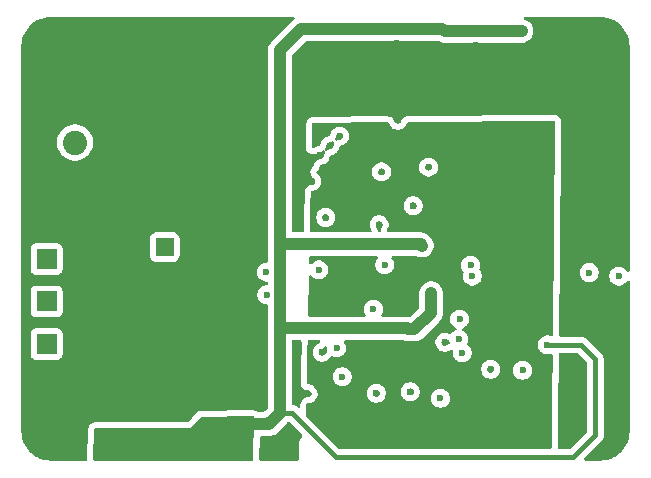
<source format=gbr>
%TF.GenerationSoftware,KiCad,Pcbnew,9.0.6-9.0.6~ubuntu24.04.1*%
%TF.CreationDate,2025-12-29T16:18:33+03:00*%
%TF.ProjectId,rc_ble,72635f62-6c65-42e6-9b69-6361645f7063,rev?*%
%TF.SameCoordinates,Original*%
%TF.FileFunction,Copper,L3,Inr*%
%TF.FilePolarity,Positive*%
%FSLAX46Y46*%
G04 Gerber Fmt 4.6, Leading zero omitted, Abs format (unit mm)*
G04 Created by KiCad (PCBNEW 9.0.6-9.0.6~ubuntu24.04.1) date 2025-12-29 16:18:33*
%MOMM*%
%LPD*%
G01*
G04 APERTURE LIST*
G04 Aperture macros list*
%AMRoundRect*
0 Rectangle with rounded corners*
0 $1 Rounding radius*
0 $2 $3 $4 $5 $6 $7 $8 $9 X,Y pos of 4 corners*
0 Add a 4 corners polygon primitive as box body*
4,1,4,$2,$3,$4,$5,$6,$7,$8,$9,$2,$3,0*
0 Add four circle primitives for the rounded corners*
1,1,$1+$1,$2,$3*
1,1,$1+$1,$4,$5*
1,1,$1+$1,$6,$7*
1,1,$1+$1,$8,$9*
0 Add four rect primitives between the rounded corners*
20,1,$1+$1,$2,$3,$4,$5,0*
20,1,$1+$1,$4,$5,$6,$7,0*
20,1,$1+$1,$6,$7,$8,$9,0*
20,1,$1+$1,$8,$9,$2,$3,0*%
G04 Aperture macros list end*
%TA.AperFunction,ComponentPad*%
%ADD10R,1.700000X1.700000*%
%TD*%
%TA.AperFunction,ComponentPad*%
%ADD11C,0.700000*%
%TD*%
%TA.AperFunction,ComponentPad*%
%ADD12C,4.400000*%
%TD*%
%TA.AperFunction,ComponentPad*%
%ADD13C,2.050000*%
%TD*%
%TA.AperFunction,ComponentPad*%
%ADD14C,2.250000*%
%TD*%
%TA.AperFunction,ComponentPad*%
%ADD15RoundRect,0.250000X-0.550000X0.550000X-0.550000X-0.550000X0.550000X-0.550000X0.550000X0.550000X0*%
%TD*%
%TA.AperFunction,ComponentPad*%
%ADD16C,1.600000*%
%TD*%
%TA.AperFunction,ViaPad*%
%ADD17C,0.600000*%
%TD*%
%TA.AperFunction,Conductor*%
%ADD18C,1.000000*%
%TD*%
%TA.AperFunction,Conductor*%
%ADD19C,0.400000*%
%TD*%
G04 APERTURE END LIST*
D10*
%TO.N,/CAN/CAN1_LOW*%
%TO.C,J302*%
X97150000Y-87350000D03*
%TD*%
D11*
%TO.N,GND*%
%TO.C,H101*%
X142330000Y-65670000D03*
X142813274Y-64503274D03*
X142813274Y-66836726D03*
X143980000Y-64020000D03*
D12*
X143980000Y-65670000D03*
D11*
X143980000Y-67320000D03*
X145146726Y-64503274D03*
X145146726Y-66836726D03*
X145630000Y-65670000D03*
%TD*%
D10*
%TO.N,/VIN*%
%TO.C,J102*%
X97150000Y-83750000D03*
%TD*%
%TO.N,GND*%
%TO.C,J103*%
X97150000Y-80150000D03*
%TD*%
D11*
%TO.N,GND*%
%TO.C,H102*%
X95910000Y-98310000D03*
X96393274Y-97143274D03*
X96393274Y-99476726D03*
X97560000Y-96660000D03*
D12*
X97560000Y-98310000D03*
D11*
X97560000Y-99960000D03*
X98726726Y-97143274D03*
X98726726Y-99476726D03*
X99210000Y-98310000D03*
%TD*%
D10*
%TO.N,/CAN/CAN1_HI*%
%TO.C,J301*%
X97150000Y-90950000D03*
%TD*%
D13*
%TO.N,/ublox/GPS_RF*%
%TO.C,J101*%
X99560000Y-73890000D03*
D14*
%TO.N,GND*%
X97020000Y-71350000D03*
X97020000Y-76430000D03*
X102100000Y-71350000D03*
X102100000Y-76430000D03*
%TD*%
D15*
%TO.N,/ublox/GPS_VBAT*%
%TO.C,C104*%
X107170000Y-82740000D03*
D16*
%TO.N,GND*%
X107170000Y-86240000D03*
%TD*%
D17*
%TO.N,/3V3*%
X124540000Y-75890000D03*
X119960000Y-96230000D03*
X135540000Y-86790000D03*
X125410000Y-73650000D03*
X134630000Y-84220000D03*
X138790000Y-92710000D03*
X121280000Y-96230000D03*
X125390000Y-74290000D03*
X121830000Y-96870000D03*
X127780000Y-74290000D03*
X125390000Y-75020000D03*
X121830000Y-97510000D03*
X122700000Y-96190000D03*
X120630000Y-96240000D03*
X121980000Y-96210000D03*
X123370000Y-96200000D03*
X136262500Y-87820000D03*
X129340000Y-99192500D03*
X123650000Y-85480000D03*
%TO.N,GND*%
X104010000Y-92280000D03*
X102010000Y-95420000D03*
X110000000Y-76000000D03*
X130880000Y-90800000D03*
X107000000Y-73000000D03*
X113000000Y-70000000D03*
X120490000Y-91640000D03*
X105330000Y-92290000D03*
X111000000Y-73000000D03*
X125510000Y-76380000D03*
X108000000Y-70000000D03*
X109000000Y-73000000D03*
X113000000Y-76000000D03*
X107000000Y-76000000D03*
X118390000Y-72170000D03*
X111000000Y-76000000D03*
X125070000Y-95130000D03*
X105000000Y-73000000D03*
X110000000Y-73000000D03*
X100360000Y-91900000D03*
X126900000Y-72000000D03*
X106000000Y-70000000D03*
X106000000Y-76000000D03*
X113000000Y-73000000D03*
X101880000Y-94210000D03*
X119290000Y-95170000D03*
X105000000Y-70000000D03*
X146100000Y-93650000D03*
X105600000Y-77360000D03*
X107000000Y-70000000D03*
X113050000Y-68180000D03*
X111720000Y-85850000D03*
X104600000Y-67750000D03*
X103120000Y-97000000D03*
X105620000Y-80220000D03*
X113030000Y-64850000D03*
X108000000Y-73000000D03*
X115000000Y-70000000D03*
X112010000Y-88820000D03*
X125306250Y-80850000D03*
X112000000Y-70000000D03*
X121980000Y-73340000D03*
X109000000Y-76000000D03*
X112420000Y-92270000D03*
X110000000Y-70000000D03*
X129490000Y-75970000D03*
X115560000Y-99200000D03*
X121130000Y-74170000D03*
X128190000Y-79250000D03*
X106000000Y-73000000D03*
X115000000Y-73000000D03*
X107900000Y-68350000D03*
X119230000Y-71600000D03*
X114000000Y-70000000D03*
X102860000Y-92350000D03*
X125720000Y-65720000D03*
X114000000Y-73000000D03*
X101830000Y-93060000D03*
X108000000Y-76000000D03*
X103980000Y-96990000D03*
X133520000Y-65650000D03*
X142350000Y-96150000D03*
X119930000Y-70980000D03*
X105000000Y-76000000D03*
X114610000Y-92060000D03*
X112000000Y-73000000D03*
X119480000Y-75730000D03*
X104810000Y-96980000D03*
X127955001Y-95000000D03*
X134750000Y-93087500D03*
X120780000Y-80240000D03*
X120320000Y-74970000D03*
X112000000Y-76000000D03*
X114000000Y-76000000D03*
X109000000Y-70000000D03*
X126780000Y-65490000D03*
X119620000Y-77180000D03*
%TO.N,/5V*%
X104500000Y-98990000D03*
X137370000Y-64450000D03*
X139550000Y-91030000D03*
X104020000Y-99560000D03*
X104960000Y-98360000D03*
X128100000Y-82650000D03*
X127070000Y-82590000D03*
X127770000Y-89710000D03*
X126130000Y-82490000D03*
X116890000Y-96830000D03*
X125200000Y-82560000D03*
X103980000Y-98420000D03*
X130850000Y-64450000D03*
X129710000Y-86639986D03*
X108210000Y-100050000D03*
X115380000Y-97730000D03*
X116890000Y-90910000D03*
X107160000Y-100050000D03*
X105030000Y-99550000D03*
X106160000Y-100030000D03*
X128930000Y-82620000D03*
%TO.N,/CAN/CAN1_HI*%
X115800000Y-86770000D03*
%TO.N,/CAN/CAN1_LOW*%
X115770000Y-84860000D03*
%TO.N,/CAN/CAN1S*%
X130500000Y-95550000D03*
X124830000Y-88020000D03*
%TO.N,/RST*%
X143100000Y-84900000D03*
X145600000Y-85200000D03*
%TO.N,/CAN/CAN1RX*%
X132116942Y-88833058D03*
X132050000Y-90550000D03*
%TO.N,/MCP_INT*%
X132350000Y-91700000D03*
X133200000Y-85200000D03*
%TO.N,/MCP_RST*%
X133050000Y-84300000D03*
X137450000Y-93175000D03*
%TO.N,Net-(Q301-G)*%
X122190000Y-93720000D03*
X125780000Y-84240000D03*
%TO.N,Net-(Q303-D)*%
X121700000Y-91290000D03*
X120210000Y-84680000D03*
%TD*%
D18*
%TO.N,/5V*%
X128810000Y-82500000D02*
X128930000Y-82620000D01*
X130850000Y-64450000D02*
X137370000Y-64450000D01*
D19*
X142420000Y-91030000D02*
X139550000Y-91030000D01*
D18*
X118720000Y-64260000D02*
X130660000Y-64260000D01*
X116890000Y-96830000D02*
X115990000Y-97730000D01*
X116890000Y-89630000D02*
X116890000Y-82500000D01*
D19*
X116440000Y-97320000D02*
X116440000Y-97280000D01*
D18*
X129710000Y-86639986D02*
X129710000Y-88300000D01*
X116890000Y-90910000D02*
X116890000Y-96830000D01*
D19*
X143620000Y-92230000D02*
X142420000Y-91030000D01*
X116440000Y-97280000D02*
X116890000Y-96830000D01*
X116440000Y-97320000D02*
X115790000Y-97320000D01*
D18*
X129710000Y-88300000D02*
X128300000Y-89710000D01*
D19*
X141760000Y-100550000D02*
X143620000Y-98690000D01*
D18*
X115380000Y-97730000D02*
X110600000Y-97730000D01*
X115990000Y-97730000D02*
X115380000Y-97730000D01*
X110600000Y-97730000D02*
X110590000Y-97720000D01*
D19*
X127740000Y-89680000D02*
X127770000Y-89710000D01*
D18*
X128300000Y-89710000D02*
X127770000Y-89710000D01*
X127690000Y-89630000D02*
X127770000Y-89710000D01*
X116890000Y-82500000D02*
X116890000Y-66090000D01*
D19*
X121670000Y-100550000D02*
X141760000Y-100550000D01*
D18*
X116890000Y-82500000D02*
X128810000Y-82500000D01*
D19*
X115790000Y-97320000D02*
X115380000Y-97730000D01*
X143620000Y-98690000D02*
X143620000Y-92230000D01*
D18*
X116890000Y-89630000D02*
X127690000Y-89630000D01*
X130660000Y-64260000D02*
X130850000Y-64450000D01*
X116890000Y-89630000D02*
X116890000Y-90910000D01*
D19*
X116890000Y-96830000D02*
X117950000Y-96830000D01*
X117950000Y-96830000D02*
X121670000Y-100550000D01*
D18*
X116890000Y-66090000D02*
X118720000Y-64260000D01*
%TD*%
%TA.AperFunction,Conductor*%
%TO.N,GND*%
G36*
X118059204Y-63247265D02*
G01*
X118083097Y-63249725D01*
X118092123Y-63256931D01*
X118103202Y-63260185D01*
X118118927Y-63278332D01*
X118137698Y-63293320D01*
X118141395Y-63304262D01*
X118148957Y-63312989D01*
X118152374Y-63336758D01*
X118160063Y-63359513D01*
X118157257Y-63370716D01*
X118158901Y-63382147D01*
X118148923Y-63403993D01*
X118143090Y-63427290D01*
X118131862Y-63441352D01*
X118129876Y-63445703D01*
X118124847Y-63450139D01*
X118121069Y-63454872D01*
X118113588Y-63461899D01*
X118082218Y-63482861D01*
X117942861Y-63622218D01*
X117942858Y-63622221D01*
X117941490Y-63623588D01*
X117941474Y-63623604D01*
X117016538Y-64548541D01*
X116252221Y-65312858D01*
X116252218Y-65312861D01*
X116182538Y-65382540D01*
X116112859Y-65452219D01*
X116003371Y-65616079D01*
X116003364Y-65616092D01*
X115927950Y-65798160D01*
X115927947Y-65798170D01*
X115889500Y-65991456D01*
X115889500Y-83935500D01*
X115869815Y-84002539D01*
X115817011Y-84048294D01*
X115765500Y-84059500D01*
X115691155Y-84059500D01*
X115536510Y-84090261D01*
X115536498Y-84090264D01*
X115390827Y-84150602D01*
X115390814Y-84150609D01*
X115259711Y-84238210D01*
X115259707Y-84238213D01*
X115148213Y-84349707D01*
X115148210Y-84349711D01*
X115060609Y-84480814D01*
X115060602Y-84480827D01*
X115000264Y-84626498D01*
X115000261Y-84626510D01*
X114969500Y-84781153D01*
X114969500Y-84938846D01*
X115000261Y-85093489D01*
X115000264Y-85093501D01*
X115060602Y-85239172D01*
X115060609Y-85239185D01*
X115148210Y-85370288D01*
X115148213Y-85370292D01*
X115259707Y-85481786D01*
X115259711Y-85481789D01*
X115390814Y-85569390D01*
X115390827Y-85569397D01*
X115536498Y-85629735D01*
X115536503Y-85629737D01*
X115691153Y-85660499D01*
X115691156Y-85660500D01*
X115765500Y-85660500D01*
X115774185Y-85663050D01*
X115783147Y-85661762D01*
X115807187Y-85672740D01*
X115832539Y-85680185D01*
X115838466Y-85687025D01*
X115846703Y-85690787D01*
X115860992Y-85713021D01*
X115878294Y-85732989D01*
X115880581Y-85743503D01*
X115884477Y-85749565D01*
X115889500Y-85784500D01*
X115889500Y-85845500D01*
X115869815Y-85912539D01*
X115817011Y-85958294D01*
X115765500Y-85969500D01*
X115721155Y-85969500D01*
X115566510Y-86000261D01*
X115566498Y-86000264D01*
X115420827Y-86060602D01*
X115420814Y-86060609D01*
X115289711Y-86148210D01*
X115289707Y-86148213D01*
X115178213Y-86259707D01*
X115178210Y-86259711D01*
X115090609Y-86390814D01*
X115090602Y-86390827D01*
X115030264Y-86536498D01*
X115030261Y-86536510D01*
X114999500Y-86691153D01*
X114999500Y-86848846D01*
X115030261Y-87003489D01*
X115030264Y-87003501D01*
X115090602Y-87149172D01*
X115090609Y-87149185D01*
X115178210Y-87280288D01*
X115178213Y-87280292D01*
X115289707Y-87391786D01*
X115289711Y-87391789D01*
X115420814Y-87479390D01*
X115420827Y-87479397D01*
X115566498Y-87539735D01*
X115566503Y-87539737D01*
X115710495Y-87568379D01*
X115721153Y-87570499D01*
X115721156Y-87570500D01*
X115765500Y-87570500D01*
X115832539Y-87590185D01*
X115878294Y-87642989D01*
X115889500Y-87694500D01*
X115889500Y-96364217D01*
X115880855Y-96393657D01*
X115874332Y-96423644D01*
X115870577Y-96428659D01*
X115869815Y-96431256D01*
X115853181Y-96451899D01*
X115703380Y-96601699D01*
X115642057Y-96635183D01*
X115639892Y-96635634D01*
X115585675Y-96646418D01*
X115585669Y-96646420D01*
X115458190Y-96699223D01*
X115444157Y-96708601D01*
X115377480Y-96729480D01*
X115375265Y-96729500D01*
X115095071Y-96729500D01*
X115028032Y-96709815D01*
X115015528Y-96700626D01*
X114943979Y-96640793D01*
X114935087Y-96636919D01*
X114812076Y-96583327D01*
X114812074Y-96583326D01*
X114812073Y-96583326D01*
X114803444Y-96580956D01*
X114744708Y-96564821D01*
X114744687Y-96564817D01*
X114601943Y-96546843D01*
X110228989Y-96623561D01*
X110153006Y-96630656D01*
X110153005Y-96630656D01*
X110116223Y-96636919D01*
X110116221Y-96636919D01*
X110042211Y-96655358D01*
X110042209Y-96655359D01*
X109913447Y-96719552D01*
X109913440Y-96719556D01*
X109863218Y-96754304D01*
X109863165Y-96754335D01*
X109855981Y-96759312D01*
X109750524Y-96857180D01*
X109215577Y-97518825D01*
X109158121Y-97558580D01*
X109119301Y-97564863D01*
X105102643Y-97569732D01*
X105078302Y-97567349D01*
X105051265Y-97561971D01*
X105038843Y-97559500D01*
X105038842Y-97559500D01*
X104881158Y-97559500D01*
X104868680Y-97561982D01*
X104839947Y-97567697D01*
X104815907Y-97570079D01*
X101313671Y-97574325D01*
X101289783Y-97574354D01*
X101209663Y-97582469D01*
X101189633Y-97584498D01*
X101141480Y-97594293D01*
X101100014Y-97607139D01*
X101045322Y-97624082D01*
X101045320Y-97624083D01*
X101045318Y-97624083D01*
X100922135Y-97698418D01*
X100922126Y-97698425D01*
X100868054Y-97742667D01*
X100770811Y-97848685D01*
X100770809Y-97848688D01*
X100707368Y-97977815D01*
X100707363Y-97977827D01*
X100687537Y-98038904D01*
X100686814Y-98040828D01*
X100685789Y-98044287D01*
X100661299Y-98186059D01*
X100661298Y-98186067D01*
X100590581Y-100687695D01*
X100590581Y-100687707D01*
X100591198Y-100694865D01*
X100577336Y-100763346D01*
X100528650Y-100813461D01*
X100467655Y-100829500D01*
X97523751Y-100829500D01*
X97516264Y-100829274D01*
X97226205Y-100811728D01*
X97211340Y-100809923D01*
X96929201Y-100758219D01*
X96914663Y-100754635D01*
X96640832Y-100669306D01*
X96626831Y-100663997D01*
X96365263Y-100546275D01*
X96352004Y-100539316D01*
X96106540Y-100390928D01*
X96094217Y-100382422D01*
X95868426Y-100205526D01*
X95857218Y-100195596D01*
X95654403Y-99992781D01*
X95644473Y-99981573D01*
X95467573Y-99755776D01*
X95459075Y-99743465D01*
X95310680Y-99497989D01*
X95303727Y-99484743D01*
X95186000Y-99223163D01*
X95180693Y-99209167D01*
X95158062Y-99136543D01*
X95095363Y-98935335D01*
X95091780Y-98920798D01*
X95066897Y-98785016D01*
X95040075Y-98638657D01*
X95038271Y-98623794D01*
X95020726Y-98333736D01*
X95020500Y-98326249D01*
X95020500Y-90052135D01*
X95799500Y-90052135D01*
X95799500Y-91847870D01*
X95799501Y-91847876D01*
X95805908Y-91907483D01*
X95856202Y-92042328D01*
X95856206Y-92042335D01*
X95942452Y-92157544D01*
X95942455Y-92157547D01*
X96057664Y-92243793D01*
X96057671Y-92243797D01*
X96192517Y-92294091D01*
X96192516Y-92294091D01*
X96199444Y-92294835D01*
X96252127Y-92300500D01*
X98047872Y-92300499D01*
X98107483Y-92294091D01*
X98242331Y-92243796D01*
X98357546Y-92157546D01*
X98443796Y-92042331D01*
X98494091Y-91907483D01*
X98500500Y-91847873D01*
X98500499Y-90052128D01*
X98494091Y-89992517D01*
X98443796Y-89857669D01*
X98443795Y-89857668D01*
X98443793Y-89857664D01*
X98357547Y-89742455D01*
X98357544Y-89742452D01*
X98242335Y-89656206D01*
X98242328Y-89656202D01*
X98107482Y-89605908D01*
X98107483Y-89605908D01*
X98047883Y-89599501D01*
X98047881Y-89599500D01*
X98047873Y-89599500D01*
X98047864Y-89599500D01*
X96252129Y-89599500D01*
X96252123Y-89599501D01*
X96192516Y-89605908D01*
X96057671Y-89656202D01*
X96057664Y-89656206D01*
X95942455Y-89742452D01*
X95942452Y-89742455D01*
X95856206Y-89857664D01*
X95856202Y-89857671D01*
X95805908Y-89992517D01*
X95799501Y-90052116D01*
X95799501Y-90052123D01*
X95799500Y-90052135D01*
X95020500Y-90052135D01*
X95020500Y-86452135D01*
X95799500Y-86452135D01*
X95799500Y-88247870D01*
X95799501Y-88247876D01*
X95805908Y-88307483D01*
X95856202Y-88442328D01*
X95856206Y-88442335D01*
X95942452Y-88557544D01*
X95942455Y-88557547D01*
X96057664Y-88643793D01*
X96057671Y-88643797D01*
X96192517Y-88694091D01*
X96192516Y-88694091D01*
X96199444Y-88694835D01*
X96252127Y-88700500D01*
X98047872Y-88700499D01*
X98107483Y-88694091D01*
X98242331Y-88643796D01*
X98357546Y-88557546D01*
X98443796Y-88442331D01*
X98494091Y-88307483D01*
X98500500Y-88247873D01*
X98500499Y-86452128D01*
X98494091Y-86392517D01*
X98493458Y-86390821D01*
X98443797Y-86257671D01*
X98443793Y-86257664D01*
X98357547Y-86142455D01*
X98357544Y-86142452D01*
X98242335Y-86056206D01*
X98242328Y-86056202D01*
X98107482Y-86005908D01*
X98107483Y-86005908D01*
X98047883Y-85999501D01*
X98047881Y-85999500D01*
X98047873Y-85999500D01*
X98047864Y-85999500D01*
X96252129Y-85999500D01*
X96252123Y-85999501D01*
X96192516Y-86005908D01*
X96057671Y-86056202D01*
X96057664Y-86056206D01*
X95942455Y-86142452D01*
X95942452Y-86142455D01*
X95856206Y-86257664D01*
X95856202Y-86257671D01*
X95805908Y-86392517D01*
X95799501Y-86452116D01*
X95799501Y-86452123D01*
X95799500Y-86452135D01*
X95020500Y-86452135D01*
X95020500Y-82852135D01*
X95799500Y-82852135D01*
X95799500Y-84647870D01*
X95799501Y-84647876D01*
X95805908Y-84707483D01*
X95856202Y-84842328D01*
X95856206Y-84842335D01*
X95942452Y-84957544D01*
X95942455Y-84957547D01*
X96057664Y-85043793D01*
X96057671Y-85043797D01*
X96192517Y-85094091D01*
X96192516Y-85094091D01*
X96199444Y-85094835D01*
X96252127Y-85100500D01*
X98047872Y-85100499D01*
X98107483Y-85094091D01*
X98242331Y-85043796D01*
X98357546Y-84957546D01*
X98443796Y-84842331D01*
X98494091Y-84707483D01*
X98500500Y-84647873D01*
X98500499Y-82852128D01*
X98494091Y-82792517D01*
X98443796Y-82657669D01*
X98443795Y-82657668D01*
X98443793Y-82657664D01*
X98357547Y-82542455D01*
X98357544Y-82542452D01*
X98242335Y-82456206D01*
X98242328Y-82456202D01*
X98107482Y-82405908D01*
X98107483Y-82405908D01*
X98047883Y-82399501D01*
X98047881Y-82399500D01*
X98047873Y-82399500D01*
X98047864Y-82399500D01*
X96252129Y-82399500D01*
X96252123Y-82399501D01*
X96192516Y-82405908D01*
X96057671Y-82456202D01*
X96057664Y-82456206D01*
X95942455Y-82542452D01*
X95942452Y-82542455D01*
X95856206Y-82657664D01*
X95856202Y-82657671D01*
X95805908Y-82792517D01*
X95799501Y-82852116D01*
X95799501Y-82852123D01*
X95799500Y-82852135D01*
X95020500Y-82852135D01*
X95020500Y-82139983D01*
X105869500Y-82139983D01*
X105869500Y-83340001D01*
X105869501Y-83340018D01*
X105880000Y-83442796D01*
X105880001Y-83442799D01*
X105902835Y-83511706D01*
X105935186Y-83609334D01*
X106027288Y-83758656D01*
X106151344Y-83882712D01*
X106300666Y-83974814D01*
X106467203Y-84029999D01*
X106569991Y-84040500D01*
X107770008Y-84040499D01*
X107872797Y-84029999D01*
X108039334Y-83974814D01*
X108188656Y-83882712D01*
X108312712Y-83758656D01*
X108404814Y-83609334D01*
X108459999Y-83442797D01*
X108470500Y-83340009D01*
X108470499Y-82139992D01*
X108459999Y-82037203D01*
X108404814Y-81870666D01*
X108312712Y-81721344D01*
X108188656Y-81597288D01*
X108039334Y-81505186D01*
X107872797Y-81450001D01*
X107872795Y-81450000D01*
X107770010Y-81439500D01*
X106569998Y-81439500D01*
X106569981Y-81439501D01*
X106467203Y-81450000D01*
X106467200Y-81450001D01*
X106300668Y-81505185D01*
X106300663Y-81505187D01*
X106151342Y-81597289D01*
X106027289Y-81721342D01*
X105935187Y-81870663D01*
X105935186Y-81870666D01*
X105880001Y-82037203D01*
X105880001Y-82037204D01*
X105880000Y-82037204D01*
X105869500Y-82139983D01*
X95020500Y-82139983D01*
X95020500Y-73769941D01*
X98034500Y-73769941D01*
X98034500Y-74010058D01*
X98072063Y-74247222D01*
X98146265Y-74475593D01*
X98255276Y-74689536D01*
X98396414Y-74883796D01*
X98566204Y-75053586D01*
X98760464Y-75194724D01*
X98841671Y-75236101D01*
X98974406Y-75303734D01*
X98974408Y-75303734D01*
X98974411Y-75303736D01*
X99202778Y-75377937D01*
X99439941Y-75415500D01*
X99439942Y-75415500D01*
X99680058Y-75415500D01*
X99680059Y-75415500D01*
X99917222Y-75377937D01*
X100145589Y-75303736D01*
X100359536Y-75194724D01*
X100553796Y-75053586D01*
X100723586Y-74883796D01*
X100864724Y-74689536D01*
X100973736Y-74475589D01*
X101047937Y-74247222D01*
X101085500Y-74010059D01*
X101085500Y-73769941D01*
X101047937Y-73532778D01*
X100973736Y-73304411D01*
X100973734Y-73304408D01*
X100973734Y-73304406D01*
X100915494Y-73190106D01*
X100864724Y-73090464D01*
X100723586Y-72896204D01*
X100553796Y-72726414D01*
X100359536Y-72585276D01*
X100145593Y-72476265D01*
X99917222Y-72402063D01*
X99680059Y-72364500D01*
X99439941Y-72364500D01*
X99321359Y-72383281D01*
X99202777Y-72402063D01*
X98974406Y-72476265D01*
X98760463Y-72585276D01*
X98566201Y-72726416D01*
X98396416Y-72896201D01*
X98255276Y-73090463D01*
X98146265Y-73304406D01*
X98072063Y-73532777D01*
X98034500Y-73769941D01*
X95020500Y-73769941D01*
X95020500Y-65743750D01*
X95020726Y-65736263D01*
X95038271Y-65446205D01*
X95040076Y-65431340D01*
X95043611Y-65412053D01*
X95091780Y-65149197D01*
X95095364Y-65134663D01*
X95109973Y-65087781D01*
X95180696Y-64860822D01*
X95185998Y-64846841D01*
X95303731Y-64585249D01*
X95310676Y-64572016D01*
X95459080Y-64326526D01*
X95467567Y-64314230D01*
X95644480Y-64088417D01*
X95654395Y-64077226D01*
X95857226Y-63874395D01*
X95868417Y-63864480D01*
X96094230Y-63687567D01*
X96106526Y-63679080D01*
X96352016Y-63530676D01*
X96365249Y-63523731D01*
X96626841Y-63405998D01*
X96640822Y-63400696D01*
X96914668Y-63315362D01*
X96929197Y-63311780D01*
X97211344Y-63260075D01*
X97226201Y-63258271D01*
X97516264Y-63240726D01*
X97523751Y-63240500D01*
X97585892Y-63240500D01*
X118036163Y-63240500D01*
X118059204Y-63247265D01*
G37*
%TD.AperFunction*%
%TA.AperFunction,Conductor*%
G36*
X117640942Y-97559500D02*
G01*
X117675466Y-97561969D01*
X117675470Y-97561971D01*
X117675473Y-97561972D01*
X117675487Y-97561982D01*
X117719813Y-97590470D01*
X118749758Y-98620415D01*
X118783243Y-98681738D01*
X118778259Y-98751430D01*
X118754053Y-98791261D01*
X118668765Y-98885583D01*
X118606240Y-99015171D01*
X118606239Y-99015173D01*
X118585146Y-99081768D01*
X118585144Y-99081776D01*
X118585143Y-99081778D01*
X118561662Y-99223725D01*
X118561661Y-99223739D01*
X118530618Y-100692191D01*
X118530619Y-100692205D01*
X118530802Y-100694204D01*
X118530706Y-100694690D01*
X118530741Y-100695682D01*
X118530509Y-100695690D01*
X118517307Y-100762758D01*
X118468890Y-100813133D01*
X118407318Y-100829500D01*
X115283325Y-100829500D01*
X115216286Y-100809815D01*
X115170531Y-100757011D01*
X115159360Y-100702572D01*
X115203084Y-98851572D01*
X115224346Y-98785016D01*
X115278216Y-98740521D01*
X115327049Y-98730500D01*
X116088542Y-98730500D01*
X116154899Y-98717300D01*
X116185188Y-98711275D01*
X116281836Y-98692051D01*
X116374913Y-98653497D01*
X116463914Y-98616632D01*
X116627782Y-98507139D01*
X116767139Y-98367782D01*
X116767140Y-98367779D01*
X116774206Y-98360714D01*
X116774209Y-98360710D01*
X117527778Y-97607141D01*
X117527782Y-97607139D01*
X117544458Y-97590462D01*
X117580021Y-97571046D01*
X117605774Y-97556985D01*
X117605777Y-97556985D01*
X117605782Y-97556983D01*
X117640942Y-97559500D01*
G37*
%TD.AperFunction*%
%TA.AperFunction,Conductor*%
G36*
X144023736Y-63240726D02*
G01*
X144313796Y-63258271D01*
X144328657Y-63260075D01*
X144610798Y-63311780D01*
X144625335Y-63315363D01*
X144899172Y-63400695D01*
X144913163Y-63406000D01*
X145174743Y-63523727D01*
X145187989Y-63530680D01*
X145433465Y-63679075D01*
X145445776Y-63687573D01*
X145604869Y-63812214D01*
X145671573Y-63864473D01*
X145682781Y-63874403D01*
X145885596Y-64077218D01*
X145895526Y-64088426D01*
X146015481Y-64241538D01*
X146072422Y-64314217D01*
X146080928Y-64326540D01*
X146229316Y-64572004D01*
X146236275Y-64585263D01*
X146353997Y-64846831D01*
X146359306Y-64860832D01*
X146444635Y-65134663D01*
X146448219Y-65149201D01*
X146499923Y-65431340D01*
X146501728Y-65446205D01*
X146519274Y-65736263D01*
X146519500Y-65743750D01*
X146519500Y-84726492D01*
X146499815Y-84793531D01*
X146447011Y-84839286D01*
X146377853Y-84849230D01*
X146314297Y-84820205D01*
X146292398Y-84795383D01*
X146221789Y-84689711D01*
X146221786Y-84689707D01*
X146110292Y-84578213D01*
X146110288Y-84578210D01*
X145979185Y-84490609D01*
X145979172Y-84490602D01*
X145833501Y-84430264D01*
X145833489Y-84430261D01*
X145678845Y-84399500D01*
X145678842Y-84399500D01*
X145521158Y-84399500D01*
X145521155Y-84399500D01*
X145366510Y-84430261D01*
X145366498Y-84430264D01*
X145220827Y-84490602D01*
X145220814Y-84490609D01*
X145089711Y-84578210D01*
X145089707Y-84578213D01*
X144978213Y-84689707D01*
X144978210Y-84689711D01*
X144890609Y-84820814D01*
X144890602Y-84820827D01*
X144830264Y-84966498D01*
X144830261Y-84966510D01*
X144799500Y-85121153D01*
X144799500Y-85278846D01*
X144830261Y-85433489D01*
X144830264Y-85433501D01*
X144890602Y-85579172D01*
X144890609Y-85579185D01*
X144978210Y-85710288D01*
X144978213Y-85710292D01*
X145089707Y-85821786D01*
X145089711Y-85821789D01*
X145220814Y-85909390D01*
X145220827Y-85909397D01*
X145338877Y-85958294D01*
X145366503Y-85969737D01*
X145519967Y-86000263D01*
X145521153Y-86000499D01*
X145521156Y-86000500D01*
X145521158Y-86000500D01*
X145678844Y-86000500D01*
X145678845Y-86000499D01*
X145833497Y-85969737D01*
X145979179Y-85909394D01*
X146110289Y-85821789D01*
X146221789Y-85710289D01*
X146292398Y-85604616D01*
X146346010Y-85559811D01*
X146415335Y-85551104D01*
X146478363Y-85581258D01*
X146515082Y-85640702D01*
X146519500Y-85673507D01*
X146519500Y-98326249D01*
X146519274Y-98333736D01*
X146501728Y-98623794D01*
X146499923Y-98638659D01*
X146448219Y-98920798D01*
X146444635Y-98935336D01*
X146359306Y-99209167D01*
X146353997Y-99223168D01*
X146236275Y-99484736D01*
X146229316Y-99497995D01*
X146080928Y-99743459D01*
X146072422Y-99755782D01*
X145895526Y-99981573D01*
X145885596Y-99992781D01*
X145682781Y-100195596D01*
X145671573Y-100205526D01*
X145445782Y-100382422D01*
X145433459Y-100390928D01*
X145187995Y-100539316D01*
X145174736Y-100546275D01*
X144913168Y-100663997D01*
X144899167Y-100669306D01*
X144625336Y-100754635D01*
X144610798Y-100758219D01*
X144328659Y-100809923D01*
X144313794Y-100811728D01*
X144023736Y-100829274D01*
X144016249Y-100829500D01*
X142770519Y-100829500D01*
X142703480Y-100809815D01*
X142657725Y-100757011D01*
X142647781Y-100687853D01*
X142676806Y-100624297D01*
X142682838Y-100617819D01*
X144164112Y-99136545D01*
X144164114Y-99136543D01*
X144240775Y-99021811D01*
X144293580Y-98894329D01*
X144312506Y-98799179D01*
X144320500Y-98758993D01*
X144320500Y-92161007D01*
X144320500Y-92161004D01*
X144293581Y-92025676D01*
X144293580Y-92025674D01*
X144293580Y-92025672D01*
X144289974Y-92016968D01*
X144283208Y-92000631D01*
X144283196Y-92000604D01*
X144240778Y-91898196D01*
X144240777Y-91898195D01*
X144240775Y-91898189D01*
X144164114Y-91783457D01*
X144164112Y-91783454D01*
X142866545Y-90485887D01*
X142751807Y-90409222D01*
X142624332Y-90356421D01*
X142624322Y-90356418D01*
X142488996Y-90329500D01*
X142488994Y-90329500D01*
X142488993Y-90329500D01*
X140653845Y-90329500D01*
X140586806Y-90309815D01*
X140541051Y-90257011D01*
X140531107Y-90187853D01*
X140531315Y-90186463D01*
X140531933Y-90182487D01*
X140549597Y-88629500D01*
X140592916Y-84821153D01*
X142299500Y-84821153D01*
X142299500Y-84978846D01*
X142330261Y-85133489D01*
X142330264Y-85133501D01*
X142390602Y-85279172D01*
X142390609Y-85279185D01*
X142478210Y-85410288D01*
X142478213Y-85410292D01*
X142589707Y-85521786D01*
X142589711Y-85521789D01*
X142720814Y-85609390D01*
X142720827Y-85609397D01*
X142850359Y-85663050D01*
X142866503Y-85669737D01*
X142972328Y-85690787D01*
X143021153Y-85700499D01*
X143021156Y-85700500D01*
X143021158Y-85700500D01*
X143178844Y-85700500D01*
X143178845Y-85700499D01*
X143333497Y-85669737D01*
X143479179Y-85609394D01*
X143610289Y-85521789D01*
X143721789Y-85410289D01*
X143809394Y-85279179D01*
X143869737Y-85133497D01*
X143900500Y-84978842D01*
X143900500Y-84821158D01*
X143900500Y-84821155D01*
X143900499Y-84821153D01*
X143885108Y-84743780D01*
X143869737Y-84666503D01*
X143867347Y-84660732D01*
X143809397Y-84520827D01*
X143809390Y-84520814D01*
X143721789Y-84389711D01*
X143721786Y-84389707D01*
X143610292Y-84278213D01*
X143610288Y-84278210D01*
X143479185Y-84190609D01*
X143479172Y-84190602D01*
X143333501Y-84130264D01*
X143333489Y-84130261D01*
X143178845Y-84099500D01*
X143178842Y-84099500D01*
X143021158Y-84099500D01*
X143021155Y-84099500D01*
X142866510Y-84130261D01*
X142866498Y-84130264D01*
X142720827Y-84190602D01*
X142720814Y-84190609D01*
X142589711Y-84278210D01*
X142589707Y-84278213D01*
X142478213Y-84389707D01*
X142478210Y-84389711D01*
X142390609Y-84520814D01*
X142390602Y-84520827D01*
X142330264Y-84666498D01*
X142330261Y-84666510D01*
X142299500Y-84821153D01*
X140592916Y-84821153D01*
X140593001Y-84813656D01*
X140736608Y-72188159D01*
X140736608Y-72188156D01*
X140736607Y-72188155D01*
X140736608Y-72188150D01*
X140725241Y-72075653D01*
X140713600Y-72021771D01*
X140677511Y-71914611D01*
X140677509Y-71914608D01*
X140677509Y-71914607D01*
X140598694Y-71794242D01*
X140598693Y-71794240D01*
X140554871Y-71744531D01*
X140552950Y-71742220D01*
X140552488Y-71741826D01*
X140442950Y-71648536D01*
X140311566Y-71589885D01*
X140311561Y-71589883D01*
X140311554Y-71589881D01*
X140244365Y-71570774D01*
X140244360Y-71570773D01*
X140101774Y-71551513D01*
X127776658Y-71656714D01*
X127769860Y-71656818D01*
X127766603Y-71656889D01*
X127759646Y-71657091D01*
X127759639Y-71657091D01*
X127618060Y-71682638D01*
X127551763Y-71704705D01*
X127551755Y-71704708D01*
X127423108Y-71769105D01*
X127317804Y-71867147D01*
X127317801Y-71867150D01*
X127278132Y-71916375D01*
X127277021Y-71917612D01*
X127273959Y-71921554D01*
X127200547Y-72045285D01*
X127200546Y-72045287D01*
X127200544Y-72045291D01*
X127187969Y-72075650D01*
X127166096Y-72128455D01*
X127154637Y-72149892D01*
X127135922Y-72177901D01*
X127120501Y-72196691D01*
X127096693Y-72220499D01*
X127077903Y-72235920D01*
X127049885Y-72254641D01*
X127028446Y-72266100D01*
X126997328Y-72278989D01*
X126974071Y-72286045D01*
X126957340Y-72289373D01*
X126941031Y-72292617D01*
X126916841Y-72295000D01*
X126883159Y-72295000D01*
X126858970Y-72292617D01*
X126825924Y-72286044D01*
X126802667Y-72278988D01*
X126771547Y-72266098D01*
X126750107Y-72254638D01*
X126722099Y-72235923D01*
X126703310Y-72220503D01*
X126679495Y-72196688D01*
X126664077Y-72177902D01*
X126645359Y-72149891D01*
X126633900Y-72128454D01*
X126605671Y-72060301D01*
X126601300Y-72050067D01*
X126599090Y-72045047D01*
X126599077Y-72045018D01*
X126594451Y-72034817D01*
X126515632Y-71914445D01*
X126515629Y-71914441D01*
X126481397Y-71875609D01*
X126476439Y-71868003D01*
X126359892Y-71768742D01*
X126262328Y-71725189D01*
X126228507Y-71710091D01*
X126172231Y-71694087D01*
X126165729Y-71691576D01*
X126018714Y-71671718D01*
X119759079Y-71725147D01*
X119759080Y-71725148D01*
X119758974Y-71725149D01*
X119758883Y-71725150D01*
X119756340Y-71725179D01*
X119756224Y-71725180D01*
X119755726Y-71725186D01*
X119755727Y-71725187D01*
X119753414Y-71725223D01*
X119753410Y-71725223D01*
X119611401Y-71748241D01*
X119611385Y-71748245D01*
X119544738Y-71769117D01*
X119544720Y-71769123D01*
X119544706Y-71769128D01*
X119414934Y-71831223D01*
X119414927Y-71831228D01*
X119409477Y-71834870D01*
X119375353Y-71861381D01*
X119352517Y-71879123D01*
X119326273Y-71902700D01*
X119276208Y-71954590D01*
X119276206Y-71954593D01*
X119269185Y-71965958D01*
X119269184Y-71965957D01*
X119264731Y-71973164D01*
X119236992Y-72006799D01*
X119212135Y-72058313D01*
X119208754Y-72063788D01*
X119208747Y-72063802D01*
X119200595Y-72077000D01*
X119200165Y-72077989D01*
X119200162Y-72077997D01*
X119178298Y-72128226D01*
X119177333Y-72130443D01*
X119174468Y-72136383D01*
X119173713Y-72138765D01*
X119172703Y-72141087D01*
X119172701Y-72141092D01*
X119171595Y-72145126D01*
X119170231Y-72149742D01*
X119153358Y-72203028D01*
X119150835Y-72218284D01*
X119148080Y-72230850D01*
X119134655Y-72279795D01*
X119134654Y-72279798D01*
X119135037Y-72301295D01*
X119133396Y-72323729D01*
X119129888Y-72344942D01*
X119129887Y-72344954D01*
X119089606Y-74250297D01*
X119089653Y-74273706D01*
X119089939Y-74285107D01*
X119091067Y-74308463D01*
X119091068Y-74308465D01*
X119121642Y-74449056D01*
X119146052Y-74514516D01*
X119146055Y-74514521D01*
X119215001Y-74640805D01*
X119316733Y-74742550D01*
X119372664Y-74784425D01*
X119498940Y-74853387D01*
X119498945Y-74853388D01*
X119498948Y-74853389D01*
X119639520Y-74883979D01*
X119639521Y-74883979D01*
X119639530Y-74883981D01*
X119709221Y-74888970D01*
X119709222Y-74888970D01*
X119852737Y-74878714D01*
X119987549Y-74828442D01*
X120048874Y-74794961D01*
X120048974Y-74794906D01*
X120049172Y-74794757D01*
X120090114Y-74767875D01*
X120090547Y-74768522D01*
X120170623Y-74715014D01*
X120170945Y-74714804D01*
X120171406Y-74714663D01*
X120191537Y-74703903D01*
X120222677Y-74691004D01*
X120245915Y-74683955D01*
X120334271Y-74666381D01*
X120341036Y-74664973D01*
X120342964Y-74664572D01*
X120342988Y-74664566D01*
X120343035Y-74664557D01*
X120347359Y-74663617D01*
X120356225Y-74661606D01*
X120490115Y-74608927D01*
X120547939Y-74575999D01*
X120551844Y-74573868D01*
X120554835Y-74572305D01*
X120554985Y-74572275D01*
X120556312Y-74571612D01*
X120556493Y-74571975D01*
X120584320Y-74566452D01*
X120613224Y-74558208D01*
X120618233Y-74559721D01*
X120623368Y-74558702D01*
X120651338Y-74569720D01*
X120680109Y-74578410D01*
X120683505Y-74582391D01*
X120688376Y-74584310D01*
X120705949Y-74608701D01*
X120725455Y-74631567D01*
X120726159Y-74636752D01*
X120729219Y-74640999D01*
X120730815Y-74671014D01*
X120734863Y-74700800D01*
X120732683Y-74706137D01*
X120732930Y-74710770D01*
X120725394Y-74723990D01*
X120712845Y-74754727D01*
X120701394Y-74770607D01*
X120701384Y-74770623D01*
X120669003Y-74832527D01*
X120668997Y-74832540D01*
X120621136Y-74968203D01*
X120621136Y-74968206D01*
X120606044Y-75044071D01*
X120598988Y-75067329D01*
X120586098Y-75098449D01*
X120574639Y-75119888D01*
X120555920Y-75147903D01*
X120540499Y-75166693D01*
X120516693Y-75190499D01*
X120497903Y-75205920D01*
X120469885Y-75224641D01*
X120448445Y-75236101D01*
X120417332Y-75248988D01*
X120394072Y-75256043D01*
X120337679Y-75267260D01*
X120327846Y-75268809D01*
X120305970Y-75271358D01*
X120302864Y-75271721D01*
X120292713Y-75273505D01*
X120245121Y-75281872D01*
X120245112Y-75281875D01*
X120111238Y-75334549D01*
X120111231Y-75334553D01*
X120050515Y-75369128D01*
X120017872Y-75394486D01*
X119936891Y-75457394D01*
X119852744Y-75574088D01*
X119852736Y-75574101D01*
X119820355Y-75636005D01*
X119820349Y-75636018D01*
X119772488Y-75771682D01*
X119766046Y-75804069D01*
X119758991Y-75827325D01*
X119757775Y-75830263D01*
X119746100Y-75858449D01*
X119734640Y-75879890D01*
X119715926Y-75907897D01*
X119700508Y-75926683D01*
X119686254Y-75940938D01*
X119686245Y-75940947D01*
X119679188Y-75948002D01*
X119679148Y-75948045D01*
X119670269Y-75956924D01*
X119656226Y-75971538D01*
X119654628Y-75973271D01*
X119652351Y-75975755D01*
X119651165Y-75977058D01*
X119648901Y-75979559D01*
X119648895Y-75979568D01*
X119647532Y-75981607D01*
X119646880Y-75982151D01*
X119646109Y-75983140D01*
X119645895Y-75982973D01*
X119640755Y-75987266D01*
X119595402Y-76050438D01*
X119595400Y-76050441D01*
X119553100Y-76120790D01*
X119543559Y-76149841D01*
X119543560Y-76149842D01*
X119541063Y-76157447D01*
X119538735Y-76162314D01*
X119523777Y-76210083D01*
X119523498Y-76210935D01*
X119523490Y-76210961D01*
X119508212Y-76257490D01*
X119508211Y-76257494D01*
X119507134Y-76261786D01*
X119506998Y-76261752D01*
X119504890Y-76270406D01*
X119495751Y-76299594D01*
X119495751Y-76299595D01*
X119494834Y-76350941D01*
X119494834Y-76350942D01*
X119494244Y-76383930D01*
X119494202Y-76385632D01*
X119491530Y-76470123D01*
X119491530Y-76470128D01*
X119499247Y-76499857D01*
X119501221Y-76507461D01*
X119501890Y-76512785D01*
X119501891Y-76512790D01*
X119515103Y-76560951D01*
X119515326Y-76561808D01*
X119515336Y-76561844D01*
X119527675Y-76609383D01*
X119529091Y-76613580D01*
X119528958Y-76613624D01*
X119531868Y-76622058D01*
X119539957Y-76651541D01*
X119539958Y-76651543D01*
X119554449Y-76675000D01*
X119584269Y-76723273D01*
X119585156Y-76724731D01*
X119628612Y-76797291D01*
X119628616Y-76797296D01*
X119651068Y-76818028D01*
X119651067Y-76818028D01*
X119656954Y-76823464D01*
X119660370Y-76827551D01*
X119660374Y-76827555D01*
X119697565Y-76860962D01*
X119698203Y-76861551D01*
X119698205Y-76861553D01*
X119734323Y-76894904D01*
X119737786Y-76897672D01*
X119737697Y-76897782D01*
X119744671Y-76903276D01*
X119767412Y-76923703D01*
X119797903Y-76944077D01*
X119816691Y-76959496D01*
X119840499Y-76983304D01*
X119855920Y-77002094D01*
X119874639Y-77030109D01*
X119886098Y-77051548D01*
X119898989Y-77082670D01*
X119906045Y-77105927D01*
X119912617Y-77138961D01*
X119915000Y-77163156D01*
X119915000Y-77196839D01*
X119912616Y-77221035D01*
X119906043Y-77254073D01*
X119898988Y-77277329D01*
X119886098Y-77308449D01*
X119874639Y-77329888D01*
X119855920Y-77357903D01*
X119840499Y-77376693D01*
X119816693Y-77400499D01*
X119797903Y-77415920D01*
X119769885Y-77434641D01*
X119748446Y-77446100D01*
X119717328Y-77458989D01*
X119694071Y-77466045D01*
X119677340Y-77469373D01*
X119661031Y-77472617D01*
X119640903Y-77474599D01*
X119640905Y-77474636D01*
X119640910Y-77474679D01*
X119640907Y-77474679D01*
X119640916Y-77474840D01*
X119637763Y-77475000D01*
X119535543Y-77485444D01*
X119486446Y-77495581D01*
X119486416Y-77495589D01*
X119388422Y-77526488D01*
X119265766Y-77601700D01*
X119265764Y-77601702D01*
X119212017Y-77646321D01*
X119212006Y-77646332D01*
X119115515Y-77753043D01*
X119052992Y-77882626D01*
X119031889Y-77949249D01*
X119008410Y-78091186D01*
X119008409Y-78091202D01*
X118989440Y-78988573D01*
X118985806Y-79160469D01*
X118984528Y-79220941D01*
X118964877Y-80150469D01*
X118964803Y-80153952D01*
X118963599Y-80210940D01*
X118963599Y-80210941D01*
X118939260Y-81362191D01*
X118939261Y-81362205D01*
X118939444Y-81364204D01*
X118939348Y-81364690D01*
X118939383Y-81365682D01*
X118939151Y-81365690D01*
X118925949Y-81432758D01*
X118877532Y-81483133D01*
X118815960Y-81499500D01*
X118014500Y-81499500D01*
X117947461Y-81479815D01*
X117901706Y-81427011D01*
X117890500Y-81375500D01*
X117890500Y-66555782D01*
X117910185Y-66488743D01*
X117926819Y-66468101D01*
X119098101Y-65296819D01*
X119159424Y-65263334D01*
X119185782Y-65260500D01*
X130224531Y-65260500D01*
X130291570Y-65280185D01*
X130293422Y-65281398D01*
X130376079Y-65336628D01*
X130376085Y-65336631D01*
X130376086Y-65336632D01*
X130558165Y-65412052D01*
X130729863Y-65446205D01*
X130751455Y-65450500D01*
X130751458Y-65450501D01*
X130751460Y-65450501D01*
X130954655Y-65450501D01*
X130954675Y-65450500D01*
X137468543Y-65450500D01*
X137598582Y-65424632D01*
X137661835Y-65412051D01*
X137843914Y-65336632D01*
X138007782Y-65227139D01*
X138147139Y-65087782D01*
X138256632Y-64923914D01*
X138332051Y-64741835D01*
X138344632Y-64678582D01*
X138370500Y-64548543D01*
X138370500Y-64351456D01*
X138332052Y-64158170D01*
X138332051Y-64158169D01*
X138332051Y-64158165D01*
X138332049Y-64158160D01*
X138256635Y-63976092D01*
X138256628Y-63976079D01*
X138147139Y-63812218D01*
X138147136Y-63812214D01*
X138007785Y-63672863D01*
X138007781Y-63672860D01*
X137843920Y-63563371D01*
X137843907Y-63563364D01*
X137661839Y-63487950D01*
X137661829Y-63487947D01*
X137652627Y-63486117D01*
X137590716Y-63453732D01*
X137556142Y-63393016D01*
X137559883Y-63323246D01*
X137600749Y-63266575D01*
X137665768Y-63240993D01*
X137676819Y-63240500D01*
X143954108Y-63240500D01*
X144016249Y-63240500D01*
X144023736Y-63240726D01*
G37*
%TD.AperFunction*%
%TA.AperFunction,Conductor*%
G36*
X142145520Y-91750185D02*
G01*
X142166162Y-91766819D01*
X142883181Y-92483838D01*
X142916666Y-92545161D01*
X142919500Y-92571519D01*
X142919500Y-98348481D01*
X142899815Y-98415520D01*
X142883181Y-98436162D01*
X141506162Y-99813181D01*
X141444839Y-99846666D01*
X141418481Y-99849500D01*
X140547396Y-99849500D01*
X140480357Y-99829815D01*
X140434602Y-99777011D01*
X140423404Y-99724090D01*
X140458518Y-96636919D01*
X140512398Y-91899919D01*
X140510307Y-91861182D01*
X140526350Y-91793181D01*
X140576611Y-91744646D01*
X140634127Y-91730500D01*
X142078481Y-91730500D01*
X142145520Y-91750185D01*
G37*
%TD.AperFunction*%
%TA.AperFunction,Conductor*%
G36*
X118683716Y-90650185D02*
G01*
X118729471Y-90702989D01*
X118740649Y-90757121D01*
X118691998Y-93058441D01*
X118679905Y-93630470D01*
X118678627Y-93690940D01*
X118678627Y-93690941D01*
X118667183Y-94232196D01*
X118667183Y-94232200D01*
X118674464Y-94311761D01*
X118677517Y-94345117D01*
X118677518Y-94345120D01*
X118688693Y-94399240D01*
X118723929Y-94507002D01*
X118723931Y-94507006D01*
X118801713Y-94628037D01*
X118801722Y-94628048D01*
X118847466Y-94680840D01*
X118847469Y-94680843D01*
X118847473Y-94680847D01*
X118956207Y-94775067D01*
X118956210Y-94775068D01*
X118956211Y-94775069D01*
X119018044Y-94803308D01*
X119087084Y-94834838D01*
X119154123Y-94854523D01*
X119154127Y-94854524D01*
X119296543Y-94875000D01*
X119306842Y-94875000D01*
X119331027Y-94877381D01*
X119364079Y-94883956D01*
X119387325Y-94891006D01*
X119418458Y-94903902D01*
X119439890Y-94915359D01*
X119467898Y-94934074D01*
X119486685Y-94949492D01*
X119510502Y-94973308D01*
X119525925Y-94992100D01*
X119544638Y-95020106D01*
X119556098Y-95041546D01*
X119568989Y-95072669D01*
X119576041Y-95095914D01*
X119577039Y-95100928D01*
X119577042Y-95100941D01*
X119579471Y-95113154D01*
X119582617Y-95128966D01*
X119585000Y-95153159D01*
X119585000Y-95186839D01*
X119582616Y-95211035D01*
X119576043Y-95244073D01*
X119568988Y-95267329D01*
X119556098Y-95298449D01*
X119544639Y-95319888D01*
X119525920Y-95347903D01*
X119510499Y-95366693D01*
X119486693Y-95390499D01*
X119467903Y-95405920D01*
X119439885Y-95424641D01*
X119418446Y-95436100D01*
X119387328Y-95448989D01*
X119364071Y-95456045D01*
X119347340Y-95459373D01*
X119331031Y-95462617D01*
X119306841Y-95465000D01*
X119257449Y-95465000D01*
X119155229Y-95475444D01*
X119106132Y-95485581D01*
X119106102Y-95485589D01*
X119008113Y-95516487D01*
X119008104Y-95516491D01*
X119000850Y-95520940D01*
X119000849Y-95520941D01*
X118885450Y-95591702D01*
X118885447Y-95591705D01*
X118831703Y-95636321D01*
X118831692Y-95636331D01*
X118735200Y-95743044D01*
X118672673Y-95872638D01*
X118651580Y-95939230D01*
X118651578Y-95939240D01*
X118651575Y-95939256D01*
X118628096Y-96081186D01*
X118628095Y-96081204D01*
X118625206Y-96217835D01*
X118604109Y-96284444D01*
X118550349Y-96329072D01*
X118480996Y-96337551D01*
X118418068Y-96307189D01*
X118413553Y-96302895D01*
X118396545Y-96285887D01*
X118281807Y-96209222D01*
X118154332Y-96156421D01*
X118154322Y-96156418D01*
X118018996Y-96129500D01*
X118018994Y-96129500D01*
X118018993Y-96129500D01*
X118014500Y-96129500D01*
X117947461Y-96109815D01*
X117901706Y-96057011D01*
X117890500Y-96005500D01*
X117890500Y-90754500D01*
X117910185Y-90687461D01*
X117962989Y-90641706D01*
X118014500Y-90630500D01*
X118616677Y-90630500D01*
X118683716Y-90650185D01*
G37*
%TD.AperFunction*%
%TA.AperFunction,Conductor*%
G36*
X125111027Y-94837381D02*
G01*
X125144079Y-94843956D01*
X125167325Y-94851006D01*
X125198458Y-94863902D01*
X125219889Y-94875358D01*
X125224538Y-94878464D01*
X125247898Y-94894074D01*
X125266685Y-94909492D01*
X125290501Y-94933307D01*
X125305924Y-94952099D01*
X125318512Y-94970938D01*
X125324637Y-94980104D01*
X125336099Y-95001547D01*
X125348991Y-95032672D01*
X125356045Y-95055926D01*
X125356046Y-95055929D01*
X125362037Y-95086048D01*
X125362617Y-95088960D01*
X125365000Y-95113154D01*
X125365000Y-95146839D01*
X125362616Y-95171035D01*
X125356043Y-95204073D01*
X125348988Y-95227329D01*
X125336098Y-95258449D01*
X125324639Y-95279888D01*
X125305920Y-95307903D01*
X125290502Y-95326689D01*
X125290499Y-95326693D01*
X125266693Y-95350499D01*
X125247903Y-95365920D01*
X125219885Y-95384641D01*
X125198446Y-95396100D01*
X125167328Y-95408989D01*
X125144071Y-95416045D01*
X125127340Y-95419373D01*
X125111031Y-95422617D01*
X125086841Y-95425000D01*
X125053159Y-95425000D01*
X125028970Y-95422617D01*
X124995924Y-95416044D01*
X124972667Y-95408988D01*
X124941547Y-95396098D01*
X124920107Y-95384638D01*
X124892099Y-95365923D01*
X124873312Y-95350505D01*
X124849495Y-95326689D01*
X124834074Y-95307899D01*
X124815357Y-95279888D01*
X124803901Y-95258455D01*
X124794568Y-95235923D01*
X124791007Y-95227326D01*
X124783954Y-95204073D01*
X124777381Y-95171031D01*
X124775000Y-95146844D01*
X124775000Y-95113153D01*
X124777382Y-95088964D01*
X124777383Y-95088960D01*
X124783956Y-95055914D01*
X124791007Y-95032672D01*
X124803902Y-95001539D01*
X124815351Y-94980119D01*
X124834079Y-94952090D01*
X124849488Y-94933316D01*
X124873314Y-94909489D01*
X124892098Y-94894074D01*
X124920111Y-94875356D01*
X124941545Y-94863900D01*
X124972668Y-94851008D01*
X124995918Y-94843955D01*
X125028970Y-94837381D01*
X125053154Y-94835000D01*
X125086842Y-94835000D01*
X125111027Y-94837381D01*
G37*
%TD.AperFunction*%
%TA.AperFunction,Conductor*%
G36*
X127996028Y-94707381D02*
G01*
X128029080Y-94713956D01*
X128052326Y-94721006D01*
X128083459Y-94733902D01*
X128104891Y-94745359D01*
X128132899Y-94764074D01*
X128151686Y-94779492D01*
X128175503Y-94803308D01*
X128190926Y-94822100D01*
X128209639Y-94850106D01*
X128221099Y-94871546D01*
X128233991Y-94902671D01*
X128241046Y-94925927D01*
X128247618Y-94958961D01*
X128250001Y-94983156D01*
X128250001Y-95016839D01*
X128247617Y-95041035D01*
X128241044Y-95074073D01*
X128233989Y-95097331D01*
X128221098Y-95128452D01*
X128209640Y-95149887D01*
X128190923Y-95177900D01*
X128175501Y-95196692D01*
X128151694Y-95220499D01*
X128132904Y-95235920D01*
X128104886Y-95254641D01*
X128083447Y-95266100D01*
X128052329Y-95278989D01*
X128029072Y-95286045D01*
X128012341Y-95289373D01*
X127996032Y-95292617D01*
X127971842Y-95295000D01*
X127938160Y-95295000D01*
X127913971Y-95292617D01*
X127880925Y-95286044D01*
X127857668Y-95278988D01*
X127826548Y-95266098D01*
X127805108Y-95254638D01*
X127777100Y-95235923D01*
X127758313Y-95220505D01*
X127734496Y-95196689D01*
X127719075Y-95177899D01*
X127700359Y-95149890D01*
X127688902Y-95128455D01*
X127682564Y-95113154D01*
X127676008Y-95097326D01*
X127668955Y-95074073D01*
X127662382Y-95041031D01*
X127660001Y-95016844D01*
X127660001Y-94983153D01*
X127662383Y-94958964D01*
X127662384Y-94958961D01*
X127668957Y-94925914D01*
X127676007Y-94902674D01*
X127688903Y-94871539D01*
X127700352Y-94850119D01*
X127719080Y-94822090D01*
X127734489Y-94803316D01*
X127758315Y-94779489D01*
X127777099Y-94764074D01*
X127805112Y-94745356D01*
X127826546Y-94733900D01*
X127857669Y-94721008D01*
X127880919Y-94713955D01*
X127913971Y-94707381D01*
X127938155Y-94705000D01*
X127971843Y-94705000D01*
X127996028Y-94707381D01*
G37*
%TD.AperFunction*%
%TA.AperFunction,Conductor*%
G36*
X134791027Y-92794881D02*
G01*
X134824079Y-92801456D01*
X134847325Y-92808506D01*
X134878458Y-92821402D01*
X134899890Y-92832859D01*
X134927898Y-92851574D01*
X134946685Y-92866992D01*
X134970502Y-92890808D01*
X134985925Y-92909600D01*
X135004638Y-92937606D01*
X135016098Y-92959046D01*
X135028990Y-92990171D01*
X135036045Y-93013426D01*
X135036045Y-93013427D01*
X135042617Y-93046461D01*
X135045000Y-93070656D01*
X135045000Y-93104339D01*
X135042617Y-93128532D01*
X135039154Y-93145940D01*
X135039153Y-93145946D01*
X135036043Y-93161576D01*
X135028988Y-93184829D01*
X135016098Y-93215949D01*
X135004639Y-93237388D01*
X134985920Y-93265403D01*
X134970502Y-93284189D01*
X134970499Y-93284193D01*
X134946691Y-93308001D01*
X134927901Y-93323422D01*
X134899895Y-93342135D01*
X134878457Y-93353594D01*
X134847326Y-93366489D01*
X134824068Y-93373545D01*
X134807419Y-93376857D01*
X134791030Y-93380117D01*
X134766839Y-93382500D01*
X134733159Y-93382500D01*
X134708970Y-93380117D01*
X134675924Y-93373544D01*
X134652667Y-93366488D01*
X134621547Y-93353598D01*
X134600107Y-93342138D01*
X134572099Y-93323423D01*
X134553312Y-93308005D01*
X134529495Y-93284189D01*
X134514074Y-93265399D01*
X134495357Y-93237388D01*
X134483901Y-93215955D01*
X134480780Y-93208421D01*
X134471007Y-93184826D01*
X134463954Y-93161575D01*
X134457381Y-93128531D01*
X134455000Y-93104344D01*
X134455000Y-93070653D01*
X134457382Y-93046464D01*
X134457383Y-93046461D01*
X134463956Y-93013414D01*
X134471006Y-92990174D01*
X134483902Y-92959039D01*
X134495351Y-92937619D01*
X134514079Y-92909590D01*
X134529488Y-92890816D01*
X134553314Y-92866989D01*
X134572098Y-92851574D01*
X134600111Y-92832856D01*
X134621545Y-92821400D01*
X134652668Y-92808508D01*
X134675918Y-92801455D01*
X134708970Y-92794881D01*
X134733154Y-92792500D01*
X134766842Y-92792500D01*
X134791027Y-92794881D01*
G37*
%TD.AperFunction*%
%TA.AperFunction,Conductor*%
G36*
X120823975Y-91140340D02*
G01*
X120877984Y-91184665D01*
X120899456Y-91251154D01*
X120899500Y-91254472D01*
X120899500Y-91368846D01*
X120928690Y-91515594D01*
X120922463Y-91585185D01*
X120886592Y-91634931D01*
X120855367Y-91661027D01*
X120759224Y-91768062D01*
X120725923Y-91817900D01*
X120710503Y-91836689D01*
X120686693Y-91860499D01*
X120667903Y-91875920D01*
X120639885Y-91894641D01*
X120618446Y-91906100D01*
X120587328Y-91918989D01*
X120564071Y-91926045D01*
X120547340Y-91929373D01*
X120531031Y-91932617D01*
X120506841Y-91935000D01*
X120473159Y-91935000D01*
X120448970Y-91932617D01*
X120415924Y-91926044D01*
X120392667Y-91918988D01*
X120361547Y-91906098D01*
X120340107Y-91894638D01*
X120312099Y-91875923D01*
X120293312Y-91860505D01*
X120269495Y-91836689D01*
X120254074Y-91817899D01*
X120235358Y-91789890D01*
X120223901Y-91768455D01*
X120214039Y-91744646D01*
X120211007Y-91737326D01*
X120203954Y-91714075D01*
X120197381Y-91681031D01*
X120195000Y-91656844D01*
X120195000Y-91623153D01*
X120197382Y-91598964D01*
X120203956Y-91565914D01*
X120211006Y-91542674D01*
X120223902Y-91511539D01*
X120235351Y-91490119D01*
X120254079Y-91462090D01*
X120269488Y-91443316D01*
X120293314Y-91419489D01*
X120312092Y-91404078D01*
X120340113Y-91385354D01*
X120361539Y-91373902D01*
X120452846Y-91336084D01*
X120524656Y-91296037D01*
X120555052Y-91279087D01*
X120555052Y-91279086D01*
X120555062Y-91279081D01*
X120601323Y-91245723D01*
X120687697Y-91166735D01*
X120687697Y-91166733D01*
X120691819Y-91162965D01*
X120754575Y-91132250D01*
X120823975Y-91140340D01*
G37*
%TD.AperFunction*%
%TA.AperFunction,Conductor*%
G36*
X130921024Y-90507381D02*
G01*
X130954084Y-90513957D01*
X130977334Y-90521010D01*
X131008450Y-90533899D01*
X131019269Y-90538380D01*
X131019272Y-90538382D01*
X131061157Y-90555731D01*
X131066705Y-90558028D01*
X131066705Y-90558029D01*
X131071367Y-90559960D01*
X131071372Y-90559961D01*
X131086150Y-90566082D01*
X131086167Y-90566089D01*
X131095603Y-90569997D01*
X131108179Y-90573234D01*
X131137053Y-90582988D01*
X131137934Y-90583146D01*
X131163479Y-90589484D01*
X131169333Y-90590937D01*
X131229658Y-90626188D01*
X131261086Y-90687094D01*
X131280261Y-90783492D01*
X131280262Y-90783493D01*
X131280263Y-90783497D01*
X131283675Y-90791734D01*
X131291142Y-90861202D01*
X131259867Y-90923681D01*
X131222630Y-90951041D01*
X131219675Y-90952454D01*
X131219674Y-90952455D01*
X131171254Y-90975620D01*
X131089881Y-91014553D01*
X131029887Y-91054640D01*
X131008450Y-91066098D01*
X130977326Y-91078990D01*
X130954066Y-91086046D01*
X130937550Y-91089331D01*
X130921031Y-91092617D01*
X130896841Y-91095000D01*
X130863159Y-91095000D01*
X130838970Y-91092617D01*
X130805924Y-91086044D01*
X130782667Y-91078988D01*
X130751547Y-91066098D01*
X130730107Y-91054638D01*
X130702099Y-91035923D01*
X130683312Y-91020505D01*
X130659495Y-90996689D01*
X130644074Y-90977899D01*
X130625358Y-90949890D01*
X130613901Y-90928455D01*
X130606597Y-90910821D01*
X130601007Y-90897326D01*
X130593954Y-90874075D01*
X130587381Y-90841031D01*
X130585000Y-90816844D01*
X130585000Y-90783153D01*
X130587382Y-90758964D01*
X130588270Y-90754500D01*
X130593956Y-90725914D01*
X130601006Y-90702674D01*
X130613902Y-90671539D01*
X130625351Y-90650119D01*
X130644079Y-90622090D01*
X130659488Y-90603316D01*
X130683314Y-90579489D01*
X130702093Y-90564076D01*
X130730111Y-90545356D01*
X130751545Y-90533900D01*
X130782668Y-90521008D01*
X130805918Y-90513955D01*
X130838970Y-90507381D01*
X130863154Y-90505000D01*
X130896842Y-90505000D01*
X130921024Y-90507381D01*
G37*
%TD.AperFunction*%
%TA.AperFunction,Conductor*%
G36*
X125347277Y-80557381D02*
G01*
X125380329Y-80563956D01*
X125403575Y-80571006D01*
X125434708Y-80583902D01*
X125456140Y-80595359D01*
X125484148Y-80614074D01*
X125502935Y-80629492D01*
X125526752Y-80653308D01*
X125542175Y-80672100D01*
X125560888Y-80700106D01*
X125572348Y-80721546D01*
X125585240Y-80752671D01*
X125592295Y-80775926D01*
X125592295Y-80775927D01*
X125598867Y-80808961D01*
X125601250Y-80833156D01*
X125601250Y-80866839D01*
X125598867Y-80891034D01*
X125592294Y-80924074D01*
X125585238Y-80947332D01*
X125572348Y-80978451D01*
X125560894Y-80999882D01*
X125552122Y-81013012D01*
X125552120Y-81013014D01*
X125543592Y-81025777D01*
X125543580Y-81025797D01*
X125491874Y-81125733D01*
X125472240Y-81176971D01*
X125472236Y-81176984D01*
X125443916Y-81285915D01*
X125443917Y-81375499D01*
X125441366Y-81384185D01*
X125442655Y-81393147D01*
X125431677Y-81417185D01*
X125424233Y-81442538D01*
X125417391Y-81448466D01*
X125413630Y-81456703D01*
X125391399Y-81470989D01*
X125371430Y-81488294D01*
X125360913Y-81490581D01*
X125354852Y-81494477D01*
X125319917Y-81499500D01*
X125298453Y-81499500D01*
X125231414Y-81479815D01*
X125185659Y-81427011D01*
X125177414Y-81373088D01*
X125175049Y-81373131D01*
X125174890Y-81364262D01*
X125151875Y-81222235D01*
X125130997Y-81155558D01*
X125068914Y-81025797D01*
X125068902Y-81025771D01*
X125068901Y-81025770D01*
X125068900Y-81025767D01*
X125051604Y-80999882D01*
X125040149Y-80978451D01*
X125027257Y-80947326D01*
X125020205Y-80924080D01*
X125013631Y-80891030D01*
X125011250Y-80866844D01*
X125011250Y-80833153D01*
X125013632Y-80808964D01*
X125013633Y-80808961D01*
X125020206Y-80775914D01*
X125027256Y-80752674D01*
X125040152Y-80721539D01*
X125051601Y-80700119D01*
X125070329Y-80672090D01*
X125085738Y-80653316D01*
X125109564Y-80629489D01*
X125128348Y-80614074D01*
X125156361Y-80595356D01*
X125177795Y-80583900D01*
X125208918Y-80571008D01*
X125232168Y-80563955D01*
X125265220Y-80557381D01*
X125289404Y-80555000D01*
X125323092Y-80555000D01*
X125347277Y-80557381D01*
G37*
%TD.AperFunction*%
%TA.AperFunction,Conductor*%
G36*
X120821027Y-79947381D02*
G01*
X120854079Y-79953956D01*
X120877325Y-79961006D01*
X120908458Y-79973902D01*
X120929890Y-79985359D01*
X120957898Y-80004074D01*
X120976685Y-80019492D01*
X121000502Y-80043308D01*
X121015925Y-80062100D01*
X121034638Y-80090106D01*
X121046098Y-80111546D01*
X121058990Y-80142671D01*
X121066045Y-80165927D01*
X121072617Y-80198961D01*
X121075000Y-80223156D01*
X121075000Y-80256839D01*
X121072616Y-80281035D01*
X121066043Y-80314073D01*
X121058988Y-80337329D01*
X121046098Y-80368449D01*
X121034639Y-80389888D01*
X121015920Y-80417903D01*
X121000499Y-80436693D01*
X120976693Y-80460499D01*
X120957903Y-80475920D01*
X120929885Y-80494641D01*
X120908446Y-80506100D01*
X120877328Y-80518989D01*
X120854071Y-80526045D01*
X120837340Y-80529373D01*
X120821031Y-80532617D01*
X120796841Y-80535000D01*
X120763159Y-80535000D01*
X120738970Y-80532617D01*
X120705924Y-80526044D01*
X120682667Y-80518988D01*
X120651547Y-80506098D01*
X120630107Y-80494638D01*
X120602099Y-80475923D01*
X120583312Y-80460505D01*
X120559495Y-80436689D01*
X120544074Y-80417899D01*
X120525357Y-80389888D01*
X120513901Y-80368455D01*
X120510780Y-80360921D01*
X120501007Y-80337326D01*
X120493954Y-80314073D01*
X120487381Y-80281031D01*
X120485000Y-80256844D01*
X120485000Y-80223153D01*
X120487382Y-80198964D01*
X120487383Y-80198961D01*
X120493956Y-80165914D01*
X120501006Y-80142674D01*
X120513902Y-80111539D01*
X120525351Y-80090119D01*
X120544079Y-80062090D01*
X120559488Y-80043316D01*
X120583314Y-80019489D01*
X120602098Y-80004074D01*
X120630111Y-79985356D01*
X120651545Y-79973900D01*
X120682668Y-79961008D01*
X120705918Y-79953955D01*
X120738970Y-79947381D01*
X120763154Y-79945000D01*
X120796842Y-79945000D01*
X120821027Y-79947381D01*
G37*
%TD.AperFunction*%
%TA.AperFunction,Conductor*%
G36*
X128231027Y-78957381D02*
G01*
X128264079Y-78963956D01*
X128287325Y-78971006D01*
X128318458Y-78983902D01*
X128339890Y-78995359D01*
X128367898Y-79014074D01*
X128386685Y-79029492D01*
X128410502Y-79053308D01*
X128425925Y-79072100D01*
X128444638Y-79100106D01*
X128456098Y-79121546D01*
X128468990Y-79152671D01*
X128476045Y-79175926D01*
X128476045Y-79175927D01*
X128482617Y-79208961D01*
X128485000Y-79233156D01*
X128485000Y-79266839D01*
X128482616Y-79291035D01*
X128476043Y-79324073D01*
X128468988Y-79347329D01*
X128456098Y-79378449D01*
X128444639Y-79399888D01*
X128425920Y-79427903D01*
X128410502Y-79446689D01*
X128410499Y-79446693D01*
X128386693Y-79470499D01*
X128367903Y-79485920D01*
X128339885Y-79504641D01*
X128318446Y-79516100D01*
X128287328Y-79528989D01*
X128264071Y-79536045D01*
X128247340Y-79539373D01*
X128231031Y-79542617D01*
X128206841Y-79545000D01*
X128173159Y-79545000D01*
X128148970Y-79542617D01*
X128115924Y-79536044D01*
X128092667Y-79528988D01*
X128061547Y-79516098D01*
X128040107Y-79504638D01*
X128012099Y-79485923D01*
X127993312Y-79470505D01*
X127969495Y-79446689D01*
X127954074Y-79427899D01*
X127935357Y-79399888D01*
X127923901Y-79378455D01*
X127920780Y-79370921D01*
X127911007Y-79347326D01*
X127903954Y-79324073D01*
X127897381Y-79291031D01*
X127895000Y-79266844D01*
X127895000Y-79233153D01*
X127897382Y-79208964D01*
X127897383Y-79208961D01*
X127903956Y-79175914D01*
X127911006Y-79152674D01*
X127923902Y-79121539D01*
X127935351Y-79100119D01*
X127954079Y-79072090D01*
X127969488Y-79053316D01*
X127993314Y-79029489D01*
X128012098Y-79014074D01*
X128040111Y-78995356D01*
X128061545Y-78983900D01*
X128092668Y-78971008D01*
X128115918Y-78963955D01*
X128148970Y-78957381D01*
X128173154Y-78955000D01*
X128206842Y-78955000D01*
X128231027Y-78957381D01*
G37*
%TD.AperFunction*%
%TA.AperFunction,Conductor*%
G36*
X125551027Y-76087381D02*
G01*
X125584079Y-76093956D01*
X125607325Y-76101006D01*
X125638458Y-76113902D01*
X125659890Y-76125359D01*
X125687898Y-76144074D01*
X125706685Y-76159492D01*
X125730502Y-76183308D01*
X125745925Y-76202100D01*
X125764638Y-76230106D01*
X125776098Y-76251546D01*
X125788990Y-76282671D01*
X125796045Y-76305927D01*
X125802617Y-76338961D01*
X125805000Y-76363156D01*
X125805000Y-76396839D01*
X125802616Y-76421035D01*
X125796043Y-76454073D01*
X125788988Y-76477329D01*
X125776098Y-76508449D01*
X125764639Y-76529888D01*
X125745920Y-76557903D01*
X125730499Y-76576693D01*
X125706693Y-76600499D01*
X125687903Y-76615920D01*
X125659885Y-76634641D01*
X125638446Y-76646100D01*
X125607328Y-76658989D01*
X125584071Y-76666045D01*
X125567340Y-76669373D01*
X125551031Y-76672617D01*
X125526841Y-76675000D01*
X125493159Y-76675000D01*
X125468970Y-76672617D01*
X125435924Y-76666044D01*
X125412667Y-76658988D01*
X125381547Y-76646098D01*
X125360107Y-76634638D01*
X125332099Y-76615923D01*
X125313312Y-76600505D01*
X125289495Y-76576689D01*
X125274074Y-76557899D01*
X125255357Y-76529888D01*
X125243901Y-76508455D01*
X125240780Y-76500921D01*
X125231007Y-76477326D01*
X125223954Y-76454073D01*
X125217381Y-76421031D01*
X125215000Y-76396844D01*
X125215000Y-76363155D01*
X125217381Y-76338971D01*
X125218765Y-76332011D01*
X125237283Y-76287303D01*
X125249394Y-76269179D01*
X125272318Y-76213832D01*
X125276950Y-76206901D01*
X125278047Y-76201859D01*
X125299195Y-76173608D01*
X125313315Y-76159488D01*
X125332098Y-76144074D01*
X125360111Y-76125356D01*
X125381545Y-76113900D01*
X125412668Y-76101008D01*
X125435918Y-76093955D01*
X125468970Y-76087381D01*
X125493154Y-76085000D01*
X125526842Y-76085000D01*
X125551027Y-76087381D01*
G37*
%TD.AperFunction*%
%TA.AperFunction,Conductor*%
G36*
X129531027Y-75677381D02*
G01*
X129564079Y-75683956D01*
X129587325Y-75691006D01*
X129618458Y-75703902D01*
X129639890Y-75715359D01*
X129667898Y-75734074D01*
X129686685Y-75749492D01*
X129710502Y-75773308D01*
X129725925Y-75792100D01*
X129744638Y-75820106D01*
X129756098Y-75841546D01*
X129768990Y-75872671D01*
X129776045Y-75895926D01*
X129776045Y-75895927D01*
X129782617Y-75928961D01*
X129785000Y-75953156D01*
X129785000Y-75986839D01*
X129782616Y-76011035D01*
X129776043Y-76044073D01*
X129768988Y-76067329D01*
X129756098Y-76098449D01*
X129744639Y-76119888D01*
X129725920Y-76147903D01*
X129710502Y-76166689D01*
X129710499Y-76166693D01*
X129686693Y-76190499D01*
X129667903Y-76205920D01*
X129639885Y-76224641D01*
X129618446Y-76236100D01*
X129587328Y-76248989D01*
X129564071Y-76256045D01*
X129547340Y-76259373D01*
X129531031Y-76262617D01*
X129506841Y-76265000D01*
X129473159Y-76265000D01*
X129448970Y-76262617D01*
X129415924Y-76256044D01*
X129392667Y-76248988D01*
X129361547Y-76236098D01*
X129340107Y-76224638D01*
X129312099Y-76205923D01*
X129293312Y-76190505D01*
X129269495Y-76166689D01*
X129254074Y-76147899D01*
X129235357Y-76119888D01*
X129223901Y-76098455D01*
X129218328Y-76085000D01*
X129211007Y-76067326D01*
X129203954Y-76044073D01*
X129197381Y-76011031D01*
X129195000Y-75986844D01*
X129195000Y-75953153D01*
X129197382Y-75928964D01*
X129199553Y-75918050D01*
X129203956Y-75895914D01*
X129211006Y-75872674D01*
X129223902Y-75841539D01*
X129235351Y-75820119D01*
X129254079Y-75792090D01*
X129269488Y-75773316D01*
X129293314Y-75749489D01*
X129312098Y-75734074D01*
X129340111Y-75715356D01*
X129361545Y-75703900D01*
X129392668Y-75691008D01*
X129415918Y-75683955D01*
X129448970Y-75677381D01*
X129473154Y-75675000D01*
X129506842Y-75675000D01*
X129531027Y-75677381D01*
G37*
%TD.AperFunction*%
%TA.AperFunction,Conductor*%
G36*
X121397850Y-73790016D02*
G01*
X121406609Y-73788355D01*
X121431237Y-73798299D01*
X121457014Y-73804694D01*
X121463131Y-73811176D01*
X121471397Y-73814514D01*
X121486737Y-73836192D01*
X121504967Y-73855510D01*
X121506608Y-73864273D01*
X121511757Y-73871548D01*
X121512942Y-73898076D01*
X121517834Y-73924184D01*
X121514677Y-73936906D01*
X121514876Y-73941348D01*
X121511503Y-73949701D01*
X121509335Y-73958440D01*
X121506045Y-73966535D01*
X121487584Y-73998293D01*
X121465081Y-74054023D01*
X121467401Y-74054960D01*
X121449557Y-74105539D01*
X121449548Y-74105564D01*
X121435902Y-74144249D01*
X121416046Y-74244068D01*
X121408990Y-74267328D01*
X121396100Y-74298447D01*
X121384641Y-74319885D01*
X121365920Y-74347903D01*
X121350499Y-74366693D01*
X121326693Y-74390499D01*
X121307902Y-74405921D01*
X121279888Y-74424639D01*
X121258452Y-74436097D01*
X121227331Y-74448988D01*
X121204069Y-74456044D01*
X121156007Y-74465604D01*
X121156008Y-74465605D01*
X121115726Y-74473618D01*
X121106828Y-74475471D01*
X121102628Y-74476385D01*
X121093771Y-74478394D01*
X120959876Y-74531076D01*
X120898920Y-74565787D01*
X120830923Y-74581854D01*
X120765034Y-74558608D01*
X120722171Y-74503431D01*
X120715945Y-74433839D01*
X120736984Y-74385507D01*
X120748612Y-74369382D01*
X120780997Y-74307471D01*
X120828864Y-74171789D01*
X120843954Y-74095921D01*
X120851009Y-74072666D01*
X120863900Y-74041543D01*
X120875358Y-74020109D01*
X120894076Y-73992096D01*
X120909488Y-73973316D01*
X120933314Y-73949489D01*
X120952093Y-73934076D01*
X120980111Y-73915356D01*
X121001545Y-73903900D01*
X121032668Y-73891008D01*
X121055919Y-73883955D01*
X121125722Y-73870070D01*
X121136978Y-73868492D01*
X121136972Y-73868443D01*
X121139495Y-73868127D01*
X121139528Y-73868125D01*
X121179737Y-73861425D01*
X121260570Y-73840985D01*
X121337964Y-73801375D01*
X121364058Y-73796425D01*
X121389200Y-73787870D01*
X121397850Y-73790016D01*
G37*
%TD.AperFunction*%
%TA.AperFunction,Conductor*%
G36*
X122021027Y-73047381D02*
G01*
X122054079Y-73053956D01*
X122077325Y-73061006D01*
X122108458Y-73073902D01*
X122129890Y-73085359D01*
X122157898Y-73104074D01*
X122176685Y-73119492D01*
X122200502Y-73143308D01*
X122215925Y-73162100D01*
X122234638Y-73190106D01*
X122246098Y-73211546D01*
X122258990Y-73242671D01*
X122266045Y-73265927D01*
X122272617Y-73298961D01*
X122275000Y-73323156D01*
X122275000Y-73356839D01*
X122272616Y-73381035D01*
X122266043Y-73414073D01*
X122258988Y-73437329D01*
X122246098Y-73468449D01*
X122234639Y-73489888D01*
X122215920Y-73517903D01*
X122200499Y-73536693D01*
X122176693Y-73560499D01*
X122157903Y-73575920D01*
X122129885Y-73594641D01*
X122108445Y-73606101D01*
X122077332Y-73618988D01*
X122054073Y-73626043D01*
X121984265Y-73639929D01*
X121972984Y-73641513D01*
X121972991Y-73641562D01*
X121970470Y-73641875D01*
X121930253Y-73648576D01*
X121849431Y-73669014D01*
X121849430Y-73669014D01*
X121772032Y-73708626D01*
X121745936Y-73713575D01*
X121720797Y-73722130D01*
X121712145Y-73719983D01*
X121703386Y-73721645D01*
X121678759Y-73711701D01*
X121652984Y-73705307D01*
X121646865Y-73698823D01*
X121638598Y-73695485D01*
X121623255Y-73673802D01*
X121605031Y-73654490D01*
X121603389Y-73645728D01*
X121598239Y-73638450D01*
X121597054Y-73611919D01*
X121592163Y-73585816D01*
X121595437Y-73575714D01*
X121595122Y-73568650D01*
X121600662Y-73551560D01*
X121603946Y-73543477D01*
X121622420Y-73511697D01*
X121644922Y-73455966D01*
X121642601Y-73455029D01*
X121674097Y-73365753D01*
X121693954Y-73265924D01*
X121701009Y-73242668D01*
X121713901Y-73211544D01*
X121725360Y-73190106D01*
X121744076Y-73162096D01*
X121759488Y-73143316D01*
X121783314Y-73119489D01*
X121802098Y-73104074D01*
X121830111Y-73085356D01*
X121851545Y-73073900D01*
X121882668Y-73061008D01*
X121905918Y-73053955D01*
X121938970Y-73047381D01*
X121963154Y-73045000D01*
X121996842Y-73045000D01*
X122021027Y-73047381D01*
G37*
%TD.AperFunction*%
%TD*%
%TA.AperFunction,Conductor*%
%TO.N,/5V*%
G36*
X114678182Y-97070772D02*
G01*
X114724856Y-97122765D01*
X114736948Y-97179175D01*
X114653580Y-100708428D01*
X114632318Y-100774984D01*
X114578448Y-100819479D01*
X114529615Y-100829500D01*
X101219830Y-100829500D01*
X101152791Y-100809815D01*
X101107036Y-100757011D01*
X101095880Y-100701996D01*
X101098081Y-100624123D01*
X101166597Y-98200347D01*
X101188168Y-98133894D01*
X101242243Y-98089649D01*
X101290396Y-98079854D01*
X109420000Y-98070000D01*
X110143614Y-97175002D01*
X110201069Y-97135248D01*
X110237858Y-97128984D01*
X114610809Y-97052266D01*
X114678182Y-97070772D01*
G37*
%TD.AperFunction*%
%TD*%
%TA.AperFunction,Conductor*%
%TO.N,/3V3*%
G36*
X140173296Y-72076107D02*
G01*
X140219500Y-72128519D01*
X140231141Y-72182401D01*
X140026466Y-90176738D01*
X140006020Y-90243550D01*
X139952699Y-90288701D01*
X139883432Y-90297857D01*
X139855022Y-90289889D01*
X139783501Y-90260264D01*
X139783489Y-90260261D01*
X139628845Y-90229500D01*
X139628842Y-90229500D01*
X139471158Y-90229500D01*
X139471155Y-90229500D01*
X139316510Y-90260261D01*
X139316498Y-90260264D01*
X139170827Y-90320602D01*
X139170814Y-90320609D01*
X139039711Y-90408210D01*
X139039707Y-90408213D01*
X138928213Y-90519707D01*
X138928210Y-90519711D01*
X138840609Y-90650814D01*
X138840602Y-90650827D01*
X138780264Y-90796498D01*
X138780261Y-90796510D01*
X138749500Y-90951153D01*
X138749500Y-91108846D01*
X138780261Y-91263489D01*
X138780264Y-91263501D01*
X138840602Y-91409172D01*
X138840609Y-91409185D01*
X138928210Y-91540288D01*
X138928213Y-91540292D01*
X139039707Y-91651786D01*
X139039711Y-91651789D01*
X139170814Y-91739390D01*
X139170827Y-91739397D01*
X139266062Y-91778844D01*
X139316503Y-91799737D01*
X139471153Y-91830499D01*
X139471156Y-91830500D01*
X139471158Y-91830500D01*
X139628844Y-91830500D01*
X139628845Y-91830499D01*
X139783497Y-91799737D01*
X139835488Y-91778201D01*
X139904955Y-91770732D01*
X139967435Y-91802006D01*
X140003088Y-91862094D01*
X140006931Y-91894170D01*
X139972421Y-94928213D01*
X139917839Y-99726910D01*
X139897393Y-99793722D01*
X139844072Y-99838873D01*
X139793847Y-99849500D01*
X122011518Y-99849500D01*
X121944479Y-99829815D01*
X121923837Y-99813181D01*
X119151619Y-97040962D01*
X119118134Y-96979639D01*
X119115328Y-96950665D01*
X119133483Y-96091877D01*
X119154580Y-96025271D01*
X119208339Y-95980642D01*
X119257455Y-95970500D01*
X119368844Y-95970500D01*
X119368845Y-95970499D01*
X119523497Y-95939737D01*
X119669179Y-95879394D01*
X119800289Y-95791789D01*
X119911789Y-95680289D01*
X119999394Y-95549179D01*
X120059737Y-95403497D01*
X120090500Y-95248842D01*
X120090500Y-95091158D01*
X120082543Y-95051158D01*
X120082542Y-95051153D01*
X124269500Y-95051153D01*
X124269500Y-95208846D01*
X124300261Y-95363489D01*
X124300264Y-95363501D01*
X124360602Y-95509172D01*
X124360609Y-95509185D01*
X124448210Y-95640288D01*
X124448213Y-95640292D01*
X124559707Y-95751786D01*
X124559711Y-95751789D01*
X124690814Y-95839390D01*
X124690827Y-95839397D01*
X124836498Y-95899735D01*
X124836503Y-95899737D01*
X124984482Y-95929172D01*
X124991153Y-95930499D01*
X124991156Y-95930500D01*
X124991158Y-95930500D01*
X125148844Y-95930500D01*
X125148845Y-95930499D01*
X125303497Y-95899737D01*
X125449179Y-95839394D01*
X125580289Y-95751789D01*
X125691789Y-95640289D01*
X125779394Y-95509179D01*
X125839737Y-95363497D01*
X125870500Y-95208842D01*
X125870500Y-95051158D01*
X125870500Y-95051155D01*
X125870499Y-95051153D01*
X125848242Y-94939257D01*
X125844641Y-94921153D01*
X127154501Y-94921153D01*
X127154501Y-95078846D01*
X127185262Y-95233489D01*
X127185265Y-95233501D01*
X127245603Y-95379172D01*
X127245610Y-95379185D01*
X127333211Y-95510288D01*
X127333214Y-95510292D01*
X127444708Y-95621786D01*
X127444712Y-95621789D01*
X127575815Y-95709390D01*
X127575828Y-95709397D01*
X127678166Y-95751786D01*
X127721504Y-95769737D01*
X127876154Y-95800499D01*
X127876157Y-95800500D01*
X127876159Y-95800500D01*
X128033845Y-95800500D01*
X128033846Y-95800499D01*
X128188498Y-95769737D01*
X128334180Y-95709394D01*
X128465290Y-95621789D01*
X128576790Y-95510289D01*
X128602940Y-95471153D01*
X129699500Y-95471153D01*
X129699500Y-95628846D01*
X129730261Y-95783489D01*
X129730264Y-95783501D01*
X129790602Y-95929172D01*
X129790609Y-95929185D01*
X129878210Y-96060288D01*
X129878213Y-96060292D01*
X129989707Y-96171786D01*
X129989711Y-96171789D01*
X130120814Y-96259390D01*
X130120827Y-96259397D01*
X130266498Y-96319735D01*
X130266503Y-96319737D01*
X130421153Y-96350499D01*
X130421156Y-96350500D01*
X130421158Y-96350500D01*
X130578844Y-96350500D01*
X130578845Y-96350499D01*
X130733497Y-96319737D01*
X130879179Y-96259394D01*
X131010289Y-96171789D01*
X131121789Y-96060289D01*
X131209394Y-95929179D01*
X131269737Y-95783497D01*
X131300500Y-95628842D01*
X131300500Y-95471158D01*
X131300500Y-95471155D01*
X131300499Y-95471153D01*
X131285585Y-95396175D01*
X131269737Y-95316503D01*
X131235352Y-95233489D01*
X131209397Y-95170827D01*
X131209390Y-95170814D01*
X131121789Y-95039711D01*
X131121786Y-95039707D01*
X131010292Y-94928213D01*
X131010288Y-94928210D01*
X130879185Y-94840609D01*
X130879172Y-94840602D01*
X130733501Y-94780264D01*
X130733489Y-94780261D01*
X130578845Y-94749500D01*
X130578842Y-94749500D01*
X130421158Y-94749500D01*
X130421155Y-94749500D01*
X130266510Y-94780261D01*
X130266498Y-94780264D01*
X130120827Y-94840602D01*
X130120814Y-94840609D01*
X129989711Y-94928210D01*
X129989707Y-94928213D01*
X129878213Y-95039707D01*
X129878210Y-95039711D01*
X129790609Y-95170814D01*
X129790602Y-95170827D01*
X129730264Y-95316498D01*
X129730261Y-95316510D01*
X129699500Y-95471153D01*
X128602940Y-95471153D01*
X128648144Y-95403501D01*
X128653039Y-95396175D01*
X128653039Y-95396174D01*
X128664395Y-95379179D01*
X128724738Y-95233497D01*
X128755501Y-95078842D01*
X128755501Y-94921158D01*
X128755501Y-94921155D01*
X128755500Y-94921153D01*
X128750596Y-94896498D01*
X128724738Y-94766503D01*
X128718242Y-94750821D01*
X128664398Y-94620827D01*
X128664391Y-94620814D01*
X128576790Y-94489711D01*
X128576787Y-94489707D01*
X128465293Y-94378213D01*
X128465289Y-94378210D01*
X128334186Y-94290609D01*
X128334173Y-94290602D01*
X128188502Y-94230264D01*
X128188490Y-94230261D01*
X128033846Y-94199500D01*
X128033843Y-94199500D01*
X127876159Y-94199500D01*
X127876156Y-94199500D01*
X127721511Y-94230261D01*
X127721499Y-94230264D01*
X127575828Y-94290602D01*
X127575815Y-94290609D01*
X127444712Y-94378210D01*
X127444708Y-94378213D01*
X127333214Y-94489707D01*
X127333211Y-94489711D01*
X127245610Y-94620814D01*
X127245603Y-94620827D01*
X127185265Y-94766498D01*
X127185262Y-94766510D01*
X127154501Y-94921153D01*
X125844641Y-94921153D01*
X125839738Y-94896508D01*
X125839737Y-94896507D01*
X125839737Y-94896503D01*
X125795965Y-94790827D01*
X125779397Y-94750827D01*
X125779390Y-94750814D01*
X125691789Y-94619711D01*
X125691786Y-94619707D01*
X125580292Y-94508213D01*
X125580288Y-94508210D01*
X125449185Y-94420609D01*
X125449172Y-94420602D01*
X125303501Y-94360264D01*
X125303489Y-94360261D01*
X125148845Y-94329500D01*
X125148842Y-94329500D01*
X124991158Y-94329500D01*
X124991155Y-94329500D01*
X124836510Y-94360261D01*
X124836498Y-94360264D01*
X124690827Y-94420602D01*
X124690814Y-94420609D01*
X124559711Y-94508210D01*
X124559707Y-94508213D01*
X124448213Y-94619707D01*
X124448210Y-94619711D01*
X124360609Y-94750814D01*
X124360602Y-94750827D01*
X124300264Y-94896498D01*
X124300261Y-94896510D01*
X124269500Y-95051153D01*
X120082542Y-95051153D01*
X120072664Y-95001493D01*
X120059737Y-94936503D01*
X120053379Y-94921153D01*
X119999397Y-94790827D01*
X119999390Y-94790814D01*
X119911789Y-94659711D01*
X119911786Y-94659707D01*
X119800292Y-94548213D01*
X119800288Y-94548210D01*
X119669185Y-94460609D01*
X119669172Y-94460602D01*
X119523501Y-94400264D01*
X119523489Y-94400261D01*
X119368845Y-94369500D01*
X119368842Y-94369500D01*
X119296543Y-94369500D01*
X119229504Y-94349815D01*
X119183749Y-94297011D01*
X119172571Y-94242883D01*
X119185292Y-93641153D01*
X121389500Y-93641153D01*
X121389500Y-93798846D01*
X121420261Y-93953489D01*
X121420264Y-93953501D01*
X121480602Y-94099172D01*
X121480609Y-94099185D01*
X121568210Y-94230288D01*
X121568213Y-94230292D01*
X121679707Y-94341786D01*
X121679711Y-94341789D01*
X121810814Y-94429390D01*
X121810827Y-94429397D01*
X121956440Y-94489711D01*
X121956503Y-94489737D01*
X122111153Y-94520499D01*
X122111156Y-94520500D01*
X122111158Y-94520500D01*
X122268844Y-94520500D01*
X122268845Y-94520499D01*
X122423497Y-94489737D01*
X122569179Y-94429394D01*
X122700289Y-94341789D01*
X122811789Y-94230289D01*
X122899394Y-94099179D01*
X122959737Y-93953497D01*
X122990500Y-93798842D01*
X122990500Y-93641158D01*
X122990500Y-93641155D01*
X122990499Y-93641153D01*
X122973200Y-93554185D01*
X122959737Y-93486503D01*
X122927423Y-93408489D01*
X122899397Y-93340827D01*
X122899390Y-93340814D01*
X122811789Y-93209711D01*
X122811786Y-93209707D01*
X122700293Y-93098214D01*
X122700288Y-93098210D01*
X122569185Y-93010609D01*
X122569172Y-93010602D01*
X122564467Y-93008653D01*
X133949500Y-93008653D01*
X133949500Y-93166346D01*
X133980261Y-93320989D01*
X133980264Y-93321001D01*
X134040602Y-93466672D01*
X134040609Y-93466685D01*
X134128210Y-93597788D01*
X134128213Y-93597792D01*
X134239707Y-93709286D01*
X134239711Y-93709289D01*
X134370814Y-93796890D01*
X134370827Y-93796897D01*
X134516498Y-93857235D01*
X134516503Y-93857237D01*
X134653030Y-93884394D01*
X134671153Y-93887999D01*
X134671156Y-93888000D01*
X134671158Y-93888000D01*
X134828844Y-93888000D01*
X134828845Y-93887999D01*
X134983497Y-93857237D01*
X135096166Y-93810567D01*
X135129172Y-93796897D01*
X135129172Y-93796896D01*
X135129179Y-93796894D01*
X135260289Y-93709289D01*
X135371789Y-93597789D01*
X135459394Y-93466679D01*
X135519737Y-93320997D01*
X135550500Y-93166342D01*
X135550500Y-93096153D01*
X136649500Y-93096153D01*
X136649500Y-93253846D01*
X136680261Y-93408489D01*
X136680264Y-93408501D01*
X136740602Y-93554172D01*
X136740609Y-93554185D01*
X136828210Y-93685288D01*
X136828213Y-93685292D01*
X136939707Y-93796786D01*
X136939711Y-93796789D01*
X137070814Y-93884390D01*
X137070827Y-93884397D01*
X137216498Y-93944735D01*
X137216503Y-93944737D01*
X137371153Y-93975499D01*
X137371156Y-93975500D01*
X137371158Y-93975500D01*
X137528844Y-93975500D01*
X137528845Y-93975499D01*
X137683497Y-93944737D01*
X137829179Y-93884394D01*
X137960289Y-93796789D01*
X138071789Y-93685289D01*
X138159394Y-93554179D01*
X138219737Y-93408497D01*
X138250500Y-93253842D01*
X138250500Y-93096158D01*
X138250500Y-93096155D01*
X138250499Y-93096153D01*
X138233483Y-93010609D01*
X138219737Y-92941503D01*
X138210623Y-92919500D01*
X138159397Y-92795827D01*
X138159390Y-92795814D01*
X138071789Y-92664711D01*
X138071786Y-92664707D01*
X137960292Y-92553213D01*
X137960288Y-92553210D01*
X137829185Y-92465609D01*
X137829172Y-92465602D01*
X137683501Y-92405264D01*
X137683489Y-92405261D01*
X137528845Y-92374500D01*
X137528842Y-92374500D01*
X137371158Y-92374500D01*
X137371155Y-92374500D01*
X137216510Y-92405261D01*
X137216498Y-92405264D01*
X137070827Y-92465602D01*
X137070814Y-92465609D01*
X136939711Y-92553210D01*
X136939707Y-92553213D01*
X136828213Y-92664707D01*
X136828210Y-92664711D01*
X136740609Y-92795814D01*
X136740602Y-92795827D01*
X136680264Y-92941498D01*
X136680261Y-92941510D01*
X136649500Y-93096153D01*
X135550500Y-93096153D01*
X135550500Y-93008658D01*
X135550500Y-93008655D01*
X135550499Y-93008653D01*
X135519737Y-92854003D01*
X135495640Y-92795827D01*
X135459397Y-92708327D01*
X135459390Y-92708314D01*
X135371789Y-92577211D01*
X135371786Y-92577207D01*
X135260292Y-92465713D01*
X135260288Y-92465710D01*
X135129185Y-92378109D01*
X135129172Y-92378102D01*
X134983501Y-92317764D01*
X134983489Y-92317761D01*
X134828845Y-92287000D01*
X134828842Y-92287000D01*
X134671158Y-92287000D01*
X134671155Y-92287000D01*
X134516510Y-92317761D01*
X134516498Y-92317764D01*
X134370827Y-92378102D01*
X134370814Y-92378109D01*
X134239711Y-92465710D01*
X134239707Y-92465713D01*
X134128213Y-92577207D01*
X134128210Y-92577211D01*
X134040609Y-92708314D01*
X134040602Y-92708327D01*
X133980264Y-92853998D01*
X133980261Y-92854010D01*
X133949500Y-93008653D01*
X122564467Y-93008653D01*
X122423501Y-92950264D01*
X122423489Y-92950261D01*
X122268845Y-92919500D01*
X122268842Y-92919500D01*
X122111158Y-92919500D01*
X122111155Y-92919500D01*
X121956510Y-92950261D01*
X121956498Y-92950264D01*
X121810827Y-93010602D01*
X121810814Y-93010609D01*
X121679711Y-93098210D01*
X121679707Y-93098213D01*
X121568213Y-93209707D01*
X121568210Y-93209711D01*
X121480609Y-93340814D01*
X121480602Y-93340827D01*
X121420264Y-93486498D01*
X121420261Y-93486510D01*
X121389500Y-93641153D01*
X119185292Y-93641153D01*
X119235557Y-91263489D01*
X119246373Y-90751879D01*
X119267470Y-90685271D01*
X119321229Y-90640642D01*
X119370345Y-90630500D01*
X120211952Y-90630500D01*
X120278991Y-90650185D01*
X120324746Y-90702989D01*
X120334690Y-90772147D01*
X120305665Y-90835703D01*
X120259404Y-90869061D01*
X120110827Y-90930602D01*
X120110814Y-90930609D01*
X119979711Y-91018210D01*
X119979707Y-91018213D01*
X119868213Y-91129707D01*
X119868210Y-91129711D01*
X119780609Y-91260814D01*
X119780602Y-91260827D01*
X119720264Y-91406498D01*
X119720261Y-91406510D01*
X119689500Y-91561153D01*
X119689500Y-91718846D01*
X119720261Y-91873489D01*
X119720264Y-91873501D01*
X119780602Y-92019172D01*
X119780609Y-92019185D01*
X119868210Y-92150288D01*
X119868213Y-92150292D01*
X119979707Y-92261786D01*
X119979711Y-92261789D01*
X120110814Y-92349390D01*
X120110827Y-92349397D01*
X120245704Y-92405264D01*
X120256503Y-92409737D01*
X120411153Y-92440499D01*
X120411156Y-92440500D01*
X120411158Y-92440500D01*
X120568844Y-92440500D01*
X120568845Y-92440499D01*
X120723497Y-92409737D01*
X120869179Y-92349394D01*
X121000289Y-92261789D01*
X121111789Y-92150289D01*
X121179534Y-92048901D01*
X121233144Y-92004097D01*
X121302469Y-91995390D01*
X121330084Y-92003230D01*
X121466503Y-92059737D01*
X121621153Y-92090499D01*
X121621156Y-92090500D01*
X121621158Y-92090500D01*
X121778844Y-92090500D01*
X121778845Y-92090499D01*
X121933497Y-92059737D01*
X122079179Y-91999394D01*
X122210289Y-91911789D01*
X122321789Y-91800289D01*
X122409394Y-91669179D01*
X122469737Y-91523497D01*
X122500500Y-91368842D01*
X122500500Y-91211158D01*
X122500500Y-91211155D01*
X122500499Y-91211153D01*
X122494139Y-91179179D01*
X122469737Y-91056503D01*
X122460208Y-91033497D01*
X122409397Y-90910827D01*
X122409390Y-90910814D01*
X122350976Y-90823391D01*
X122330098Y-90756713D01*
X122339854Y-90721153D01*
X130079500Y-90721153D01*
X130079500Y-90878846D01*
X130110261Y-91033489D01*
X130110264Y-91033501D01*
X130170602Y-91179172D01*
X130170609Y-91179185D01*
X130258210Y-91310288D01*
X130258213Y-91310292D01*
X130369707Y-91421786D01*
X130369711Y-91421789D01*
X130500814Y-91509390D01*
X130500827Y-91509397D01*
X130607095Y-91553414D01*
X130646503Y-91569737D01*
X130801153Y-91600499D01*
X130801156Y-91600500D01*
X130801158Y-91600500D01*
X130958844Y-91600500D01*
X130958845Y-91600499D01*
X131113497Y-91569737D01*
X131259179Y-91509394D01*
X131370728Y-91434858D01*
X131437405Y-91413981D01*
X131504785Y-91432465D01*
X131551476Y-91484444D01*
X131562652Y-91553414D01*
X131561236Y-91562152D01*
X131549500Y-91621153D01*
X131549500Y-91778846D01*
X131580261Y-91933489D01*
X131580264Y-91933501D01*
X131640602Y-92079172D01*
X131640609Y-92079185D01*
X131728210Y-92210288D01*
X131728213Y-92210292D01*
X131839707Y-92321786D01*
X131839711Y-92321789D01*
X131970814Y-92409390D01*
X131970827Y-92409397D01*
X132106520Y-92465602D01*
X132116503Y-92469737D01*
X132271153Y-92500499D01*
X132271156Y-92500500D01*
X132271158Y-92500500D01*
X132428844Y-92500500D01*
X132428845Y-92500499D01*
X132583497Y-92469737D01*
X132729179Y-92409394D01*
X132860289Y-92321789D01*
X132971789Y-92210289D01*
X133059394Y-92079179D01*
X133067448Y-92059736D01*
X133084247Y-92019179D01*
X133119737Y-91933497D01*
X133150500Y-91778842D01*
X133150500Y-91621158D01*
X133150500Y-91621155D01*
X133150499Y-91621153D01*
X133137025Y-91553414D01*
X133119737Y-91466503D01*
X133097982Y-91413981D01*
X133059397Y-91320827D01*
X133059390Y-91320814D01*
X132971789Y-91189711D01*
X132971786Y-91189707D01*
X132860292Y-91078213D01*
X132860288Y-91078210D01*
X132817529Y-91049639D01*
X132772724Y-90996026D01*
X132764017Y-90926701D01*
X132771857Y-90899089D01*
X132819737Y-90783497D01*
X132850500Y-90628842D01*
X132850500Y-90471158D01*
X132850500Y-90471155D01*
X132850499Y-90471153D01*
X132822322Y-90329500D01*
X132819737Y-90316503D01*
X132808713Y-90289889D01*
X132759397Y-90170827D01*
X132759390Y-90170814D01*
X132671789Y-90039711D01*
X132671786Y-90039707D01*
X132560292Y-89928213D01*
X132560288Y-89928210D01*
X132429185Y-89840609D01*
X132429179Y-89840606D01*
X132379319Y-89819953D01*
X132324916Y-89776111D01*
X132302852Y-89709817D01*
X132320132Y-89642118D01*
X132371269Y-89594508D01*
X132379289Y-89590844D01*
X132496121Y-89542452D01*
X132627231Y-89454847D01*
X132738731Y-89343347D01*
X132826336Y-89212237D01*
X132886679Y-89066555D01*
X132917442Y-88911900D01*
X132917442Y-88754216D01*
X132917442Y-88754213D01*
X132917441Y-88754211D01*
X132889154Y-88612005D01*
X132886679Y-88599561D01*
X132874711Y-88570667D01*
X132826339Y-88453885D01*
X132826332Y-88453872D01*
X132738731Y-88322769D01*
X132738728Y-88322765D01*
X132627234Y-88211271D01*
X132627230Y-88211268D01*
X132496127Y-88123667D01*
X132496114Y-88123660D01*
X132350443Y-88063322D01*
X132350431Y-88063319D01*
X132195787Y-88032558D01*
X132195784Y-88032558D01*
X132038100Y-88032558D01*
X132038097Y-88032558D01*
X131883452Y-88063319D01*
X131883440Y-88063322D01*
X131737769Y-88123660D01*
X131737756Y-88123667D01*
X131606653Y-88211268D01*
X131606649Y-88211271D01*
X131495155Y-88322765D01*
X131495152Y-88322769D01*
X131407551Y-88453872D01*
X131407544Y-88453885D01*
X131347206Y-88599556D01*
X131347203Y-88599568D01*
X131316442Y-88754211D01*
X131316442Y-88911904D01*
X131347203Y-89066547D01*
X131347206Y-89066559D01*
X131407544Y-89212230D01*
X131407551Y-89212243D01*
X131495152Y-89343346D01*
X131495155Y-89343350D01*
X131606649Y-89454844D01*
X131606653Y-89454847D01*
X131737756Y-89542448D01*
X131737765Y-89542453D01*
X131787621Y-89563104D01*
X131842024Y-89606945D01*
X131864089Y-89673239D01*
X131846810Y-89740938D01*
X131795673Y-89788549D01*
X131787620Y-89792226D01*
X131670827Y-89840602D01*
X131670814Y-89840609D01*
X131539711Y-89928210D01*
X131539707Y-89928213D01*
X131428213Y-90039707D01*
X131428208Y-90039713D01*
X131421108Y-90050340D01*
X131367496Y-90095144D01*
X131298171Y-90103851D01*
X131264937Y-90092624D01*
X131264808Y-90092937D01*
X131260146Y-90091006D01*
X131259551Y-90090805D01*
X131259172Y-90090602D01*
X131113501Y-90030264D01*
X131113489Y-90030261D01*
X130958845Y-89999500D01*
X130958842Y-89999500D01*
X130801158Y-89999500D01*
X130801155Y-89999500D01*
X130646510Y-90030261D01*
X130646498Y-90030264D01*
X130500827Y-90090602D01*
X130500814Y-90090609D01*
X130369711Y-90178210D01*
X130369707Y-90178213D01*
X130258213Y-90289707D01*
X130258210Y-90289711D01*
X130170609Y-90420814D01*
X130170602Y-90420827D01*
X130110264Y-90566498D01*
X130110261Y-90566510D01*
X130079500Y-90721153D01*
X122339854Y-90721153D01*
X122348583Y-90689333D01*
X122400562Y-90642643D01*
X122454078Y-90630500D01*
X127353186Y-90630500D01*
X127353347Y-90630523D01*
X127353428Y-90630500D01*
X127354063Y-90630626D01*
X127388353Y-90635591D01*
X127394607Y-90637440D01*
X127424834Y-90649961D01*
X127478164Y-90672051D01*
X127574812Y-90691275D01*
X127648513Y-90705935D01*
X127671458Y-90710500D01*
X127671459Y-90710500D01*
X128398542Y-90710500D01*
X128436300Y-90702989D01*
X128495188Y-90691275D01*
X128591836Y-90672051D01*
X128645165Y-90649961D01*
X128773914Y-90596632D01*
X128937782Y-90487139D01*
X129077139Y-90347782D01*
X129077140Y-90347779D01*
X129084206Y-90340714D01*
X129084209Y-90340710D01*
X130347778Y-89077141D01*
X130347782Y-89077139D01*
X130487139Y-88937782D01*
X130596632Y-88773914D01*
X130668851Y-88599561D01*
X130672051Y-88591836D01*
X130699492Y-88453879D01*
X130710500Y-88398541D01*
X130710500Y-86541445D01*
X130710500Y-86541442D01*
X130672052Y-86348156D01*
X130672051Y-86348155D01*
X130672051Y-86348151D01*
X130672049Y-86348146D01*
X130596635Y-86166078D01*
X130596628Y-86166065D01*
X130487139Y-86002204D01*
X130487136Y-86002200D01*
X130347785Y-85862849D01*
X130347781Y-85862846D01*
X130183920Y-85753357D01*
X130183907Y-85753350D01*
X130001839Y-85677936D01*
X130001829Y-85677933D01*
X129808543Y-85639486D01*
X129808541Y-85639486D01*
X129611459Y-85639486D01*
X129611457Y-85639486D01*
X129418170Y-85677933D01*
X129418160Y-85677936D01*
X129236092Y-85753350D01*
X129236079Y-85753357D01*
X129072218Y-85862846D01*
X129072214Y-85862849D01*
X128932863Y-86002200D01*
X128932860Y-86002204D01*
X128823371Y-86166065D01*
X128823364Y-86166078D01*
X128747950Y-86348146D01*
X128747947Y-86348156D01*
X128709500Y-86541442D01*
X128709500Y-87834217D01*
X128689815Y-87901256D01*
X128673181Y-87921898D01*
X127983073Y-88612005D01*
X127921750Y-88645490D01*
X127871202Y-88645942D01*
X127868929Y-88645490D01*
X127853897Y-88642499D01*
X127788541Y-88629500D01*
X127788540Y-88629500D01*
X125617487Y-88629500D01*
X125550448Y-88609815D01*
X125504693Y-88557011D01*
X125494749Y-88487853D01*
X125514384Y-88436610D01*
X125539391Y-88399183D01*
X125539394Y-88399179D01*
X125599737Y-88253497D01*
X125630500Y-88098842D01*
X125630500Y-87941158D01*
X125630500Y-87941155D01*
X125630499Y-87941153D01*
X125599738Y-87786510D01*
X125599737Y-87786503D01*
X125599735Y-87786498D01*
X125539397Y-87640827D01*
X125539390Y-87640814D01*
X125451789Y-87509711D01*
X125451786Y-87509707D01*
X125340292Y-87398213D01*
X125340288Y-87398210D01*
X125209185Y-87310609D01*
X125209172Y-87310602D01*
X125063501Y-87250264D01*
X125063489Y-87250261D01*
X124908845Y-87219500D01*
X124908842Y-87219500D01*
X124751158Y-87219500D01*
X124751155Y-87219500D01*
X124596510Y-87250261D01*
X124596498Y-87250264D01*
X124450827Y-87310602D01*
X124450814Y-87310609D01*
X124319711Y-87398210D01*
X124319707Y-87398213D01*
X124208213Y-87509707D01*
X124208210Y-87509711D01*
X124120609Y-87640814D01*
X124120602Y-87640827D01*
X124060264Y-87786498D01*
X124060261Y-87786510D01*
X124029500Y-87941153D01*
X124029500Y-88098846D01*
X124060261Y-88253489D01*
X124060264Y-88253501D01*
X124120602Y-88399172D01*
X124120608Y-88399183D01*
X124145616Y-88436610D01*
X124166493Y-88503287D01*
X124148008Y-88570667D01*
X124096029Y-88617357D01*
X124042513Y-88629500D01*
X119417889Y-88629500D01*
X119350850Y-88609815D01*
X119305095Y-88557011D01*
X119293917Y-88502879D01*
X119296109Y-88399183D01*
X119362502Y-85258600D01*
X119383599Y-85191994D01*
X119437358Y-85147365D01*
X119506711Y-85138886D01*
X119569639Y-85169247D01*
X119583994Y-85185870D01*
X119584347Y-85185581D01*
X119588213Y-85190292D01*
X119699707Y-85301786D01*
X119699711Y-85301789D01*
X119830814Y-85389390D01*
X119830827Y-85389397D01*
X119976498Y-85449735D01*
X119976503Y-85449737D01*
X120131153Y-85480499D01*
X120131156Y-85480500D01*
X120131158Y-85480500D01*
X120288844Y-85480500D01*
X120288845Y-85480499D01*
X120443497Y-85449737D01*
X120589179Y-85389394D01*
X120720289Y-85301789D01*
X120831789Y-85190289D01*
X120919394Y-85059179D01*
X120979737Y-84913497D01*
X121010500Y-84758842D01*
X121010500Y-84601158D01*
X121010500Y-84601155D01*
X121010499Y-84601153D01*
X120979738Y-84446510D01*
X120979737Y-84446503D01*
X120951711Y-84378842D01*
X120919397Y-84300827D01*
X120919390Y-84300814D01*
X120831789Y-84169711D01*
X120831786Y-84169707D01*
X120720292Y-84058213D01*
X120720288Y-84058210D01*
X120589185Y-83970609D01*
X120589172Y-83970602D01*
X120443501Y-83910264D01*
X120443489Y-83910261D01*
X120288845Y-83879500D01*
X120288842Y-83879500D01*
X120131158Y-83879500D01*
X120131155Y-83879500D01*
X119976510Y-83910261D01*
X119976498Y-83910264D01*
X119830827Y-83970602D01*
X119830814Y-83970609D01*
X119699711Y-84058210D01*
X119599318Y-84158603D01*
X119537995Y-84192087D01*
X119468303Y-84187103D01*
X119412370Y-84145231D01*
X119387953Y-84079766D01*
X119387665Y-84068314D01*
X119397103Y-83621878D01*
X119418200Y-83555271D01*
X119471959Y-83510642D01*
X119521075Y-83500500D01*
X125088059Y-83500500D01*
X125155098Y-83520185D01*
X125200853Y-83572989D01*
X125210797Y-83642147D01*
X125181772Y-83705703D01*
X125175740Y-83712181D01*
X125158213Y-83729707D01*
X125158210Y-83729711D01*
X125070609Y-83860814D01*
X125070602Y-83860827D01*
X125010264Y-84006498D01*
X125010261Y-84006510D01*
X124979500Y-84161153D01*
X124979500Y-84318846D01*
X125010261Y-84473489D01*
X125010264Y-84473501D01*
X125070602Y-84619172D01*
X125070609Y-84619185D01*
X125158210Y-84750288D01*
X125158213Y-84750292D01*
X125269707Y-84861786D01*
X125269711Y-84861789D01*
X125400814Y-84949390D01*
X125400827Y-84949397D01*
X125546498Y-85009735D01*
X125546503Y-85009737D01*
X125701153Y-85040499D01*
X125701156Y-85040500D01*
X125701158Y-85040500D01*
X125858844Y-85040500D01*
X125858845Y-85040499D01*
X126013497Y-85009737D01*
X126159179Y-84949394D01*
X126290289Y-84861789D01*
X126401789Y-84750289D01*
X126489394Y-84619179D01*
X126496859Y-84601158D01*
X126549735Y-84473501D01*
X126549737Y-84473497D01*
X126580500Y-84318842D01*
X126580500Y-84221153D01*
X132249500Y-84221153D01*
X132249500Y-84378846D01*
X132280261Y-84533489D01*
X132280264Y-84533501D01*
X132340602Y-84679172D01*
X132340609Y-84679185D01*
X132431595Y-84815354D01*
X132429589Y-84816694D01*
X132452740Y-84871216D01*
X132444135Y-84933009D01*
X132430262Y-84966502D01*
X132430261Y-84966505D01*
X132399500Y-85121153D01*
X132399500Y-85278846D01*
X132430261Y-85433489D01*
X132430264Y-85433501D01*
X132490602Y-85579172D01*
X132490609Y-85579185D01*
X132578210Y-85710288D01*
X132578213Y-85710292D01*
X132689707Y-85821786D01*
X132689711Y-85821789D01*
X132820814Y-85909390D01*
X132820827Y-85909397D01*
X132966498Y-85969735D01*
X132966503Y-85969737D01*
X133121153Y-86000499D01*
X133121156Y-86000500D01*
X133121158Y-86000500D01*
X133278844Y-86000500D01*
X133278845Y-86000499D01*
X133433497Y-85969737D01*
X133579179Y-85909394D01*
X133710289Y-85821789D01*
X133821789Y-85710289D01*
X133909394Y-85579179D01*
X133969737Y-85433497D01*
X134000500Y-85278842D01*
X134000500Y-85121158D01*
X134000500Y-85121155D01*
X134000499Y-85121153D01*
X133988173Y-85059185D01*
X133969737Y-84966503D01*
X133962649Y-84949390D01*
X133909397Y-84820827D01*
X133909390Y-84820814D01*
X133818405Y-84684646D01*
X133820413Y-84683304D01*
X133797261Y-84628802D01*
X133805866Y-84566984D01*
X133819735Y-84533502D01*
X133819735Y-84533501D01*
X133819737Y-84533497D01*
X133850500Y-84378842D01*
X133850500Y-84221158D01*
X133850500Y-84221155D01*
X133850499Y-84221153D01*
X133838565Y-84161158D01*
X133819737Y-84066503D01*
X133816302Y-84058210D01*
X133759397Y-83920827D01*
X133759390Y-83920814D01*
X133671789Y-83789711D01*
X133671786Y-83789707D01*
X133560292Y-83678213D01*
X133560288Y-83678210D01*
X133429185Y-83590609D01*
X133429172Y-83590602D01*
X133283501Y-83530264D01*
X133283489Y-83530261D01*
X133128845Y-83499500D01*
X133128842Y-83499500D01*
X132971158Y-83499500D01*
X132971155Y-83499500D01*
X132816510Y-83530261D01*
X132816498Y-83530264D01*
X132670827Y-83590602D01*
X132670814Y-83590609D01*
X132539711Y-83678210D01*
X132539707Y-83678213D01*
X132428213Y-83789707D01*
X132428210Y-83789711D01*
X132340609Y-83920814D01*
X132340602Y-83920827D01*
X132280264Y-84066498D01*
X132280261Y-84066510D01*
X132249500Y-84221153D01*
X126580500Y-84221153D01*
X126580500Y-84161158D01*
X126580500Y-84161155D01*
X126580499Y-84161153D01*
X126549738Y-84006510D01*
X126549737Y-84006503D01*
X126549735Y-84006498D01*
X126489397Y-83860827D01*
X126489390Y-83860814D01*
X126401789Y-83729711D01*
X126401786Y-83729707D01*
X126384260Y-83712181D01*
X126350775Y-83650858D01*
X126355759Y-83581166D01*
X126397631Y-83525233D01*
X126463095Y-83500816D01*
X126471941Y-83500500D01*
X128416616Y-83500500D01*
X128464069Y-83509939D01*
X128513131Y-83530261D01*
X128638165Y-83582052D01*
X128819952Y-83618211D01*
X128831455Y-83620499D01*
X128831459Y-83620500D01*
X128831460Y-83620500D01*
X129028542Y-83620500D01*
X129028543Y-83620499D01*
X129221836Y-83582052D01*
X129403915Y-83506632D01*
X129567782Y-83397140D01*
X129707140Y-83257782D01*
X129816632Y-83093915D01*
X129892052Y-82911836D01*
X129930500Y-82718541D01*
X129930500Y-82521460D01*
X129892052Y-82328165D01*
X129816632Y-82146086D01*
X129816631Y-82146085D01*
X129816628Y-82146079D01*
X129707141Y-81982220D01*
X129707140Y-81982219D01*
X129587139Y-81862218D01*
X129447782Y-81722861D01*
X129447781Y-81722860D01*
X129447780Y-81722859D01*
X129283917Y-81613369D01*
X129283914Y-81613368D01*
X129160585Y-81562283D01*
X129160578Y-81562281D01*
X129153608Y-81559394D01*
X129101836Y-81537949D01*
X129005188Y-81518724D01*
X129000629Y-81517817D01*
X129000625Y-81517816D01*
X128908544Y-81499500D01*
X128908541Y-81499500D01*
X126067009Y-81499500D01*
X125999970Y-81479815D01*
X125954215Y-81427011D01*
X125944271Y-81357853D01*
X125963907Y-81306609D01*
X125972444Y-81293831D01*
X126015644Y-81229179D01*
X126075987Y-81083497D01*
X126106750Y-80928842D01*
X126106750Y-80771158D01*
X126106750Y-80771155D01*
X126106749Y-80771153D01*
X126075988Y-80616510D01*
X126075987Y-80616503D01*
X126075985Y-80616498D01*
X126015647Y-80470827D01*
X126015640Y-80470814D01*
X125928039Y-80339711D01*
X125928036Y-80339707D01*
X125816542Y-80228213D01*
X125816538Y-80228210D01*
X125685435Y-80140609D01*
X125685422Y-80140602D01*
X125539751Y-80080264D01*
X125539739Y-80080261D01*
X125385095Y-80049500D01*
X125385092Y-80049500D01*
X125227408Y-80049500D01*
X125227405Y-80049500D01*
X125072760Y-80080261D01*
X125072748Y-80080264D01*
X124927077Y-80140602D01*
X124927064Y-80140609D01*
X124795961Y-80228210D01*
X124795957Y-80228213D01*
X124684463Y-80339707D01*
X124684460Y-80339711D01*
X124596859Y-80470814D01*
X124596852Y-80470827D01*
X124536514Y-80616498D01*
X124536511Y-80616510D01*
X124505750Y-80771153D01*
X124505750Y-80928846D01*
X124536511Y-81083489D01*
X124536514Y-81083501D01*
X124596852Y-81229172D01*
X124596859Y-81229184D01*
X124648593Y-81306609D01*
X124669471Y-81373286D01*
X124650987Y-81440666D01*
X124599008Y-81487357D01*
X124545491Y-81499500D01*
X119568620Y-81499500D01*
X119501581Y-81479815D01*
X119455826Y-81427011D01*
X119444648Y-81372879D01*
X119470264Y-80161153D01*
X119979500Y-80161153D01*
X119979500Y-80318846D01*
X120010261Y-80473489D01*
X120010264Y-80473501D01*
X120070602Y-80619172D01*
X120070609Y-80619185D01*
X120158210Y-80750288D01*
X120158213Y-80750292D01*
X120269707Y-80861786D01*
X120269711Y-80861789D01*
X120400814Y-80949390D01*
X120400827Y-80949397D01*
X120546498Y-81009735D01*
X120546503Y-81009737D01*
X120701153Y-81040499D01*
X120701156Y-81040500D01*
X120701158Y-81040500D01*
X120858844Y-81040500D01*
X120858845Y-81040499D01*
X121013497Y-81009737D01*
X121159179Y-80949394D01*
X121290289Y-80861789D01*
X121401789Y-80750289D01*
X121489394Y-80619179D01*
X121490503Y-80616503D01*
X121549735Y-80473501D01*
X121549737Y-80473497D01*
X121580500Y-80318842D01*
X121580500Y-80161158D01*
X121580500Y-80161155D01*
X121580499Y-80161153D01*
X121578767Y-80152445D01*
X121549737Y-80006503D01*
X121530224Y-79959394D01*
X121489397Y-79860827D01*
X121489390Y-79860814D01*
X121401789Y-79729711D01*
X121401786Y-79729707D01*
X121290292Y-79618213D01*
X121290288Y-79618210D01*
X121159185Y-79530609D01*
X121159172Y-79530602D01*
X121013501Y-79470264D01*
X121013489Y-79470261D01*
X120858845Y-79439500D01*
X120858842Y-79439500D01*
X120701158Y-79439500D01*
X120701155Y-79439500D01*
X120546510Y-79470261D01*
X120546498Y-79470264D01*
X120400827Y-79530602D01*
X120400814Y-79530609D01*
X120269711Y-79618210D01*
X120269707Y-79618213D01*
X120158213Y-79729707D01*
X120158210Y-79729711D01*
X120070609Y-79860814D01*
X120070602Y-79860827D01*
X120010264Y-80006498D01*
X120010261Y-80006510D01*
X119979500Y-80161153D01*
X119470264Y-80161153D01*
X119470448Y-80152445D01*
X119473254Y-80019738D01*
X119491193Y-79171153D01*
X127389500Y-79171153D01*
X127389500Y-79328846D01*
X127420261Y-79483489D01*
X127420264Y-79483501D01*
X127480602Y-79629172D01*
X127480609Y-79629185D01*
X127568210Y-79760288D01*
X127568213Y-79760292D01*
X127679707Y-79871786D01*
X127679711Y-79871789D01*
X127810814Y-79959390D01*
X127810827Y-79959397D01*
X127924541Y-80006498D01*
X127956503Y-80019737D01*
X128106131Y-80049500D01*
X128111153Y-80050499D01*
X128111156Y-80050500D01*
X128111158Y-80050500D01*
X128268844Y-80050500D01*
X128268845Y-80050499D01*
X128423497Y-80019737D01*
X128569179Y-79959394D01*
X128700289Y-79871789D01*
X128811789Y-79760289D01*
X128899394Y-79629179D01*
X128903938Y-79618210D01*
X128940224Y-79530606D01*
X128959737Y-79483497D01*
X128990500Y-79328842D01*
X128990500Y-79171158D01*
X128990500Y-79171155D01*
X128990499Y-79171153D01*
X128959738Y-79016510D01*
X128959737Y-79016503D01*
X128959735Y-79016498D01*
X128899397Y-78870827D01*
X128899390Y-78870814D01*
X128811789Y-78739711D01*
X128811786Y-78739707D01*
X128700292Y-78628213D01*
X128700288Y-78628210D01*
X128569185Y-78540609D01*
X128569172Y-78540602D01*
X128423501Y-78480264D01*
X128423489Y-78480261D01*
X128268845Y-78449500D01*
X128268842Y-78449500D01*
X128111158Y-78449500D01*
X128111155Y-78449500D01*
X127956510Y-78480261D01*
X127956498Y-78480264D01*
X127810827Y-78540602D01*
X127810814Y-78540609D01*
X127679711Y-78628210D01*
X127679707Y-78628213D01*
X127568213Y-78739707D01*
X127568210Y-78739711D01*
X127480609Y-78870814D01*
X127480602Y-78870827D01*
X127420264Y-79016498D01*
X127420261Y-79016510D01*
X127389500Y-79171153D01*
X119491193Y-79171153D01*
X119513797Y-78101876D01*
X119534894Y-78035271D01*
X119588653Y-77990642D01*
X119637769Y-77980500D01*
X119698844Y-77980500D01*
X119698845Y-77980499D01*
X119853497Y-77949737D01*
X119999179Y-77889394D01*
X120130289Y-77801789D01*
X120241789Y-77690289D01*
X120329394Y-77559179D01*
X120389737Y-77413497D01*
X120420500Y-77258842D01*
X120420500Y-77101158D01*
X120420500Y-77101155D01*
X120420499Y-77101153D01*
X120400734Y-77001789D01*
X120389737Y-76946503D01*
X120366452Y-76890288D01*
X120329397Y-76800827D01*
X120329390Y-76800814D01*
X120241789Y-76669711D01*
X120241786Y-76669707D01*
X120130292Y-76558213D01*
X120130284Y-76558207D01*
X120048255Y-76503397D01*
X120036287Y-76489076D01*
X120020910Y-76478493D01*
X120014343Y-76462820D01*
X120003449Y-76449785D01*
X120001123Y-76431267D01*
X119993910Y-76414051D01*
X119996859Y-76397316D01*
X119994742Y-76380460D01*
X120002797Y-76363622D01*
X120006037Y-76345241D01*
X120022684Y-76322054D01*
X120024896Y-76317433D01*
X120026048Y-76316168D01*
X120027713Y-76314364D01*
X120040924Y-76301153D01*
X124709500Y-76301153D01*
X124709500Y-76458846D01*
X124740261Y-76613489D01*
X124740264Y-76613501D01*
X124800602Y-76759172D01*
X124800609Y-76759185D01*
X124888210Y-76890288D01*
X124888213Y-76890292D01*
X124999707Y-77001786D01*
X124999711Y-77001789D01*
X125130814Y-77089390D01*
X125130827Y-77089397D01*
X125276498Y-77149735D01*
X125276503Y-77149737D01*
X125431153Y-77180499D01*
X125431156Y-77180500D01*
X125431158Y-77180500D01*
X125588844Y-77180500D01*
X125588845Y-77180499D01*
X125743497Y-77149737D01*
X125889179Y-77089394D01*
X126020289Y-77001789D01*
X126131789Y-76890289D01*
X126219394Y-76759179D01*
X126279737Y-76613497D01*
X126310500Y-76458842D01*
X126310500Y-76301158D01*
X126310500Y-76301155D01*
X126310499Y-76301153D01*
X126298392Y-76240289D01*
X126279737Y-76146503D01*
X126279735Y-76146498D01*
X126219397Y-76000827D01*
X126219390Y-76000814D01*
X126188081Y-75953957D01*
X126146116Y-75891153D01*
X128689500Y-75891153D01*
X128689500Y-76048846D01*
X128720261Y-76203489D01*
X128720264Y-76203501D01*
X128780602Y-76349172D01*
X128780609Y-76349185D01*
X128868210Y-76480288D01*
X128868213Y-76480292D01*
X128979707Y-76591786D01*
X128979711Y-76591789D01*
X129110814Y-76679390D01*
X129110827Y-76679397D01*
X129256498Y-76739735D01*
X129256503Y-76739737D01*
X129411153Y-76770499D01*
X129411156Y-76770500D01*
X129411158Y-76770500D01*
X129568844Y-76770500D01*
X129568845Y-76770499D01*
X129723497Y-76739737D01*
X129869179Y-76679394D01*
X130000289Y-76591789D01*
X130111789Y-76480289D01*
X130199394Y-76349179D01*
X130259737Y-76203497D01*
X130290500Y-76048842D01*
X130290500Y-75891158D01*
X130290500Y-75891155D01*
X130290499Y-75891153D01*
X130264055Y-75758211D01*
X130259737Y-75736503D01*
X130232440Y-75670602D01*
X130199397Y-75590827D01*
X130199390Y-75590814D01*
X130111789Y-75459711D01*
X130111786Y-75459707D01*
X130000292Y-75348213D01*
X130000288Y-75348210D01*
X129869185Y-75260609D01*
X129869172Y-75260602D01*
X129723501Y-75200264D01*
X129723489Y-75200261D01*
X129568845Y-75169500D01*
X129568842Y-75169500D01*
X129411158Y-75169500D01*
X129411155Y-75169500D01*
X129256510Y-75200261D01*
X129256498Y-75200264D01*
X129110827Y-75260602D01*
X129110814Y-75260609D01*
X128979711Y-75348210D01*
X128979707Y-75348213D01*
X128868213Y-75459707D01*
X128868210Y-75459711D01*
X128780609Y-75590814D01*
X128780602Y-75590827D01*
X128720264Y-75736498D01*
X128720261Y-75736510D01*
X128689500Y-75891153D01*
X126146116Y-75891153D01*
X126131789Y-75869711D01*
X126131786Y-75869707D01*
X126020292Y-75758213D01*
X126020288Y-75758210D01*
X125889185Y-75670609D01*
X125889172Y-75670602D01*
X125743501Y-75610264D01*
X125743489Y-75610261D01*
X125588845Y-75579500D01*
X125588842Y-75579500D01*
X125431158Y-75579500D01*
X125431155Y-75579500D01*
X125276510Y-75610261D01*
X125276498Y-75610264D01*
X125130827Y-75670602D01*
X125130814Y-75670609D01*
X124999711Y-75758210D01*
X124999707Y-75758213D01*
X124888213Y-75869707D01*
X124888210Y-75869711D01*
X124800609Y-76000814D01*
X124800602Y-76000827D01*
X124740264Y-76146498D01*
X124740261Y-76146510D01*
X124709500Y-76301153D01*
X120040924Y-76301153D01*
X120101789Y-76240289D01*
X120189394Y-76109179D01*
X120249737Y-75963497D01*
X120258719Y-75918341D01*
X120268274Y-75870309D01*
X120300659Y-75808398D01*
X120361375Y-75773823D01*
X120389891Y-75770500D01*
X120398844Y-75770500D01*
X120398845Y-75770499D01*
X120553497Y-75739737D01*
X120699179Y-75679394D01*
X120830289Y-75591789D01*
X120941789Y-75480289D01*
X121029394Y-75349179D01*
X121089737Y-75203497D01*
X121116922Y-75066831D01*
X121149307Y-75004920D01*
X121210022Y-74970346D01*
X121214348Y-74969405D01*
X121254641Y-74961389D01*
X121363497Y-74939737D01*
X121509179Y-74879394D01*
X121640289Y-74791789D01*
X121751789Y-74680289D01*
X121839394Y-74549179D01*
X121899737Y-74403497D01*
X121925808Y-74272430D01*
X121931689Y-74242868D01*
X121933812Y-74243290D01*
X121956315Y-74187560D01*
X122013349Y-74147200D01*
X122053558Y-74140500D01*
X122058844Y-74140500D01*
X122058845Y-74140499D01*
X122213497Y-74109737D01*
X122359179Y-74049394D01*
X122490289Y-73961789D01*
X122601789Y-73850289D01*
X122689394Y-73719179D01*
X122749737Y-73573497D01*
X122780500Y-73418842D01*
X122780500Y-73261158D01*
X122780500Y-73261155D01*
X122780499Y-73261153D01*
X122749738Y-73106510D01*
X122749737Y-73106503D01*
X122749735Y-73106498D01*
X122689397Y-72960827D01*
X122689390Y-72960814D01*
X122601789Y-72829711D01*
X122601786Y-72829707D01*
X122490292Y-72718213D01*
X122490288Y-72718210D01*
X122359185Y-72630609D01*
X122359172Y-72630602D01*
X122213501Y-72570264D01*
X122213489Y-72570261D01*
X122058845Y-72539500D01*
X122058842Y-72539500D01*
X121901158Y-72539500D01*
X121901155Y-72539500D01*
X121746510Y-72570261D01*
X121746498Y-72570264D01*
X121600827Y-72630602D01*
X121600814Y-72630609D01*
X121469711Y-72718210D01*
X121469707Y-72718213D01*
X121358213Y-72829707D01*
X121358210Y-72829711D01*
X121270609Y-72960814D01*
X121270602Y-72960827D01*
X121210264Y-73106498D01*
X121210261Y-73106510D01*
X121178311Y-73267132D01*
X121176187Y-73266709D01*
X121153685Y-73322440D01*
X121096651Y-73362800D01*
X121056442Y-73369500D01*
X121051155Y-73369500D01*
X120896510Y-73400261D01*
X120896498Y-73400264D01*
X120750827Y-73460602D01*
X120750814Y-73460609D01*
X120619711Y-73548210D01*
X120619707Y-73548213D01*
X120508213Y-73659707D01*
X120508210Y-73659711D01*
X120420609Y-73790814D01*
X120420602Y-73790827D01*
X120360264Y-73936498D01*
X120360261Y-73936508D01*
X120333077Y-74073169D01*
X120300692Y-74135080D01*
X120239976Y-74169654D01*
X120235652Y-74170594D01*
X120086508Y-74200261D01*
X120086498Y-74200264D01*
X119940827Y-74260602D01*
X119940814Y-74260609D01*
X119809711Y-74348210D01*
X119809703Y-74348216D01*
X119806641Y-74351279D01*
X119745316Y-74384760D01*
X119675625Y-74379771D01*
X119619694Y-74337896D01*
X119595281Y-74272430D01*
X119594994Y-74261006D01*
X119635275Y-72355629D01*
X119637269Y-72349332D01*
X119636212Y-72342808D01*
X119647688Y-72316438D01*
X119656371Y-72289025D01*
X119662107Y-72283307D01*
X119664094Y-72278742D01*
X119690340Y-72255163D01*
X119695790Y-72251521D01*
X119762461Y-72230642D01*
X119763198Y-72230632D01*
X126023033Y-72177201D01*
X126090235Y-72196312D01*
X126136439Y-72248724D01*
X126138649Y-72253744D01*
X126190602Y-72379172D01*
X126190609Y-72379185D01*
X126278210Y-72510288D01*
X126278213Y-72510292D01*
X126389707Y-72621786D01*
X126389711Y-72621789D01*
X126520814Y-72709390D01*
X126520827Y-72709397D01*
X126666498Y-72769735D01*
X126666503Y-72769737D01*
X126821153Y-72800499D01*
X126821156Y-72800500D01*
X126821158Y-72800500D01*
X126978844Y-72800500D01*
X126978845Y-72800499D01*
X127133497Y-72769737D01*
X127279179Y-72709394D01*
X127410289Y-72621789D01*
X127521789Y-72510289D01*
X127609394Y-72379179D01*
X127667567Y-72238734D01*
X127711405Y-72184335D01*
X127777699Y-72162269D01*
X127780970Y-72162197D01*
X140106093Y-72056996D01*
X140173296Y-72076107D01*
G37*
%TD.AperFunction*%
%TD*%
M02*

</source>
